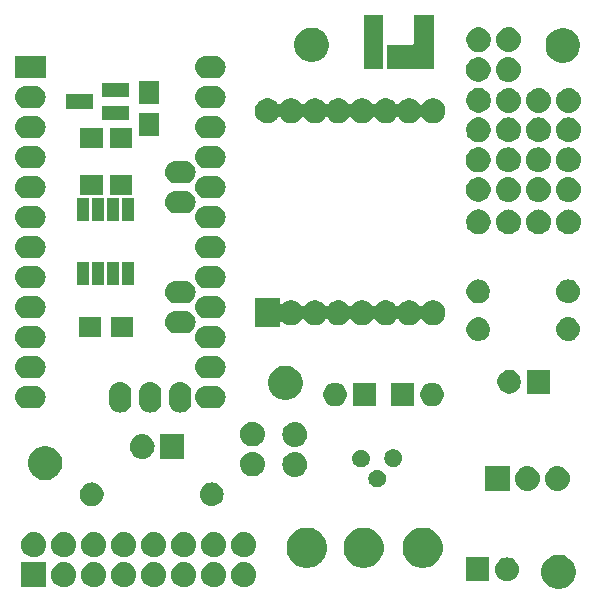
<source format=gbr>
G04 #@! TF.GenerationSoftware,KiCad,Pcbnew,5.0.2-bee76a0~70~ubuntu18.04.1*
G04 #@! TF.CreationDate,2019-05-01T22:15:32+02:00*
G04 #@! TF.ProjectId,EasyPCB_10_RFM69hw,45617379-5043-4425-9f31-305f52464d36,rev?*
G04 #@! TF.SameCoordinates,Original*
G04 #@! TF.FileFunction,Soldermask,Bot*
G04 #@! TF.FilePolarity,Negative*
%FSLAX46Y46*%
G04 Gerber Fmt 4.6, Leading zero omitted, Abs format (unit mm)*
G04 Created by KiCad (PCBNEW 5.0.2-bee76a0~70~ubuntu18.04.1) date Wed 01 May 2019 10:15:32 PM CEST*
%MOMM*%
%LPD*%
G01*
G04 APERTURE LIST*
%ADD10C,0.100000*%
G04 APERTURE END LIST*
D10*
G36*
X172109167Y-107282162D02*
X172373053Y-107391467D01*
X172610544Y-107550153D01*
X172812507Y-107752116D01*
X172971193Y-107989607D01*
X173080498Y-108253493D01*
X173136220Y-108533626D01*
X173136220Y-108819254D01*
X173080498Y-109099387D01*
X172971193Y-109363273D01*
X172812507Y-109600764D01*
X172610544Y-109802727D01*
X172373053Y-109961413D01*
X172109167Y-110070718D01*
X171829034Y-110126440D01*
X171543406Y-110126440D01*
X171263273Y-110070718D01*
X170999387Y-109961413D01*
X170761896Y-109802727D01*
X170559933Y-109600764D01*
X170401247Y-109363273D01*
X170291942Y-109099387D01*
X170236220Y-108819254D01*
X170236220Y-108533626D01*
X170291942Y-108253493D01*
X170401247Y-107989607D01*
X170559933Y-107752116D01*
X170761896Y-107550153D01*
X170999387Y-107391467D01*
X171263273Y-107282162D01*
X171543406Y-107226440D01*
X171829034Y-107226440D01*
X172109167Y-107282162D01*
X172109167Y-107282162D01*
G37*
G36*
X145242503Y-107866989D02*
X145442991Y-107927807D01*
X145627764Y-108026569D01*
X145789718Y-108159482D01*
X145922631Y-108321436D01*
X146021393Y-108506209D01*
X146082211Y-108706697D01*
X146102746Y-108915200D01*
X146082211Y-109123703D01*
X146021393Y-109324191D01*
X145922631Y-109508964D01*
X145789718Y-109670918D01*
X145627764Y-109803831D01*
X145442991Y-109902593D01*
X145242503Y-109963411D01*
X145086251Y-109978800D01*
X144981749Y-109978800D01*
X144825497Y-109963411D01*
X144625009Y-109902593D01*
X144440236Y-109803831D01*
X144278282Y-109670918D01*
X144145369Y-109508964D01*
X144046607Y-109324191D01*
X143985789Y-109123703D01*
X143965254Y-108915200D01*
X143985789Y-108706697D01*
X144046607Y-108506209D01*
X144145369Y-108321436D01*
X144278282Y-108159482D01*
X144440236Y-108026569D01*
X144625009Y-107927807D01*
X144825497Y-107866989D01*
X144981749Y-107851600D01*
X145086251Y-107851600D01*
X145242503Y-107866989D01*
X145242503Y-107866989D01*
G37*
G36*
X142702503Y-107866989D02*
X142902991Y-107927807D01*
X143087764Y-108026569D01*
X143249718Y-108159482D01*
X143382631Y-108321436D01*
X143481393Y-108506209D01*
X143542211Y-108706697D01*
X143562746Y-108915200D01*
X143542211Y-109123703D01*
X143481393Y-109324191D01*
X143382631Y-109508964D01*
X143249718Y-109670918D01*
X143087764Y-109803831D01*
X142902991Y-109902593D01*
X142702503Y-109963411D01*
X142546251Y-109978800D01*
X142441749Y-109978800D01*
X142285497Y-109963411D01*
X142085009Y-109902593D01*
X141900236Y-109803831D01*
X141738282Y-109670918D01*
X141605369Y-109508964D01*
X141506607Y-109324191D01*
X141445789Y-109123703D01*
X141425254Y-108915200D01*
X141445789Y-108706697D01*
X141506607Y-108506209D01*
X141605369Y-108321436D01*
X141738282Y-108159482D01*
X141900236Y-108026569D01*
X142085009Y-107927807D01*
X142285497Y-107866989D01*
X142441749Y-107851600D01*
X142546251Y-107851600D01*
X142702503Y-107866989D01*
X142702503Y-107866989D01*
G37*
G36*
X140162503Y-107866989D02*
X140362991Y-107927807D01*
X140547764Y-108026569D01*
X140709718Y-108159482D01*
X140842631Y-108321436D01*
X140941393Y-108506209D01*
X141002211Y-108706697D01*
X141022746Y-108915200D01*
X141002211Y-109123703D01*
X140941393Y-109324191D01*
X140842631Y-109508964D01*
X140709718Y-109670918D01*
X140547764Y-109803831D01*
X140362991Y-109902593D01*
X140162503Y-109963411D01*
X140006251Y-109978800D01*
X139901749Y-109978800D01*
X139745497Y-109963411D01*
X139545009Y-109902593D01*
X139360236Y-109803831D01*
X139198282Y-109670918D01*
X139065369Y-109508964D01*
X138966607Y-109324191D01*
X138905789Y-109123703D01*
X138885254Y-108915200D01*
X138905789Y-108706697D01*
X138966607Y-108506209D01*
X139065369Y-108321436D01*
X139198282Y-108159482D01*
X139360236Y-108026569D01*
X139545009Y-107927807D01*
X139745497Y-107866989D01*
X139901749Y-107851600D01*
X140006251Y-107851600D01*
X140162503Y-107866989D01*
X140162503Y-107866989D01*
G37*
G36*
X137622503Y-107866989D02*
X137822991Y-107927807D01*
X138007764Y-108026569D01*
X138169718Y-108159482D01*
X138302631Y-108321436D01*
X138401393Y-108506209D01*
X138462211Y-108706697D01*
X138482746Y-108915200D01*
X138462211Y-109123703D01*
X138401393Y-109324191D01*
X138302631Y-109508964D01*
X138169718Y-109670918D01*
X138007764Y-109803831D01*
X137822991Y-109902593D01*
X137622503Y-109963411D01*
X137466251Y-109978800D01*
X137361749Y-109978800D01*
X137205497Y-109963411D01*
X137005009Y-109902593D01*
X136820236Y-109803831D01*
X136658282Y-109670918D01*
X136525369Y-109508964D01*
X136426607Y-109324191D01*
X136365789Y-109123703D01*
X136345254Y-108915200D01*
X136365789Y-108706697D01*
X136426607Y-108506209D01*
X136525369Y-108321436D01*
X136658282Y-108159482D01*
X136820236Y-108026569D01*
X137005009Y-107927807D01*
X137205497Y-107866989D01*
X137361749Y-107851600D01*
X137466251Y-107851600D01*
X137622503Y-107866989D01*
X137622503Y-107866989D01*
G37*
G36*
X130002503Y-107866989D02*
X130202991Y-107927807D01*
X130387764Y-108026569D01*
X130549718Y-108159482D01*
X130682631Y-108321436D01*
X130781393Y-108506209D01*
X130842211Y-108706697D01*
X130862746Y-108915200D01*
X130842211Y-109123703D01*
X130781393Y-109324191D01*
X130682631Y-109508964D01*
X130549718Y-109670918D01*
X130387764Y-109803831D01*
X130202991Y-109902593D01*
X130002503Y-109963411D01*
X129846251Y-109978800D01*
X129741749Y-109978800D01*
X129585497Y-109963411D01*
X129385009Y-109902593D01*
X129200236Y-109803831D01*
X129038282Y-109670918D01*
X128905369Y-109508964D01*
X128806607Y-109324191D01*
X128745789Y-109123703D01*
X128725254Y-108915200D01*
X128745789Y-108706697D01*
X128806607Y-108506209D01*
X128905369Y-108321436D01*
X129038282Y-108159482D01*
X129200236Y-108026569D01*
X129385009Y-107927807D01*
X129585497Y-107866989D01*
X129741749Y-107851600D01*
X129846251Y-107851600D01*
X130002503Y-107866989D01*
X130002503Y-107866989D01*
G37*
G36*
X132542503Y-107866989D02*
X132742991Y-107927807D01*
X132927764Y-108026569D01*
X133089718Y-108159482D01*
X133222631Y-108321436D01*
X133321393Y-108506209D01*
X133382211Y-108706697D01*
X133402746Y-108915200D01*
X133382211Y-109123703D01*
X133321393Y-109324191D01*
X133222631Y-109508964D01*
X133089718Y-109670918D01*
X132927764Y-109803831D01*
X132742991Y-109902593D01*
X132542503Y-109963411D01*
X132386251Y-109978800D01*
X132281749Y-109978800D01*
X132125497Y-109963411D01*
X131925009Y-109902593D01*
X131740236Y-109803831D01*
X131578282Y-109670918D01*
X131445369Y-109508964D01*
X131346607Y-109324191D01*
X131285789Y-109123703D01*
X131265254Y-108915200D01*
X131285789Y-108706697D01*
X131346607Y-108506209D01*
X131445369Y-108321436D01*
X131578282Y-108159482D01*
X131740236Y-108026569D01*
X131925009Y-107927807D01*
X132125497Y-107866989D01*
X132281749Y-107851600D01*
X132386251Y-107851600D01*
X132542503Y-107866989D01*
X132542503Y-107866989D01*
G37*
G36*
X135082503Y-107866989D02*
X135282991Y-107927807D01*
X135467764Y-108026569D01*
X135629718Y-108159482D01*
X135762631Y-108321436D01*
X135861393Y-108506209D01*
X135922211Y-108706697D01*
X135942746Y-108915200D01*
X135922211Y-109123703D01*
X135861393Y-109324191D01*
X135762631Y-109508964D01*
X135629718Y-109670918D01*
X135467764Y-109803831D01*
X135282991Y-109902593D01*
X135082503Y-109963411D01*
X134926251Y-109978800D01*
X134821749Y-109978800D01*
X134665497Y-109963411D01*
X134465009Y-109902593D01*
X134280236Y-109803831D01*
X134118282Y-109670918D01*
X133985369Y-109508964D01*
X133886607Y-109324191D01*
X133825789Y-109123703D01*
X133805254Y-108915200D01*
X133825789Y-108706697D01*
X133886607Y-108506209D01*
X133985369Y-108321436D01*
X134118282Y-108159482D01*
X134280236Y-108026569D01*
X134465009Y-107927807D01*
X134665497Y-107866989D01*
X134821749Y-107851600D01*
X134926251Y-107851600D01*
X135082503Y-107866989D01*
X135082503Y-107866989D01*
G37*
G36*
X128317600Y-109978800D02*
X126190400Y-109978800D01*
X126190400Y-107851600D01*
X128317600Y-107851600D01*
X128317600Y-109978800D01*
X128317600Y-109978800D01*
G37*
G36*
X167516030Y-107464469D02*
X167516033Y-107464470D01*
X167516034Y-107464470D01*
X167704535Y-107521651D01*
X167704537Y-107521652D01*
X167878260Y-107614509D01*
X168030528Y-107739472D01*
X168155491Y-107891740D01*
X168155492Y-107891742D01*
X168248349Y-108065465D01*
X168305530Y-108253966D01*
X168305531Y-108253970D01*
X168324838Y-108450000D01*
X168305531Y-108646030D01*
X168305530Y-108646033D01*
X168305530Y-108646034D01*
X168252985Y-108819253D01*
X168248348Y-108834537D01*
X168155491Y-109008260D01*
X168030528Y-109160528D01*
X167878260Y-109285491D01*
X167878258Y-109285492D01*
X167704535Y-109378349D01*
X167516034Y-109435530D01*
X167516033Y-109435530D01*
X167516030Y-109435531D01*
X167369124Y-109450000D01*
X167270876Y-109450000D01*
X167123970Y-109435531D01*
X167123967Y-109435530D01*
X167123966Y-109435530D01*
X166935465Y-109378349D01*
X166761742Y-109285492D01*
X166761740Y-109285491D01*
X166609472Y-109160528D01*
X166484509Y-109008260D01*
X166391652Y-108834537D01*
X166387016Y-108819253D01*
X166334470Y-108646034D01*
X166334470Y-108646033D01*
X166334469Y-108646030D01*
X166315162Y-108450000D01*
X166334469Y-108253970D01*
X166334470Y-108253966D01*
X166391651Y-108065465D01*
X166484508Y-107891742D01*
X166484509Y-107891740D01*
X166609472Y-107739472D01*
X166761740Y-107614509D01*
X166935463Y-107521652D01*
X166935465Y-107521651D01*
X167123966Y-107464470D01*
X167123967Y-107464470D01*
X167123970Y-107464469D01*
X167270876Y-107450000D01*
X167369124Y-107450000D01*
X167516030Y-107464469D01*
X167516030Y-107464469D01*
G37*
G36*
X165820000Y-109450000D02*
X163820000Y-109450000D01*
X163820000Y-107450000D01*
X165820000Y-107450000D01*
X165820000Y-109450000D01*
X165820000Y-109450000D01*
G37*
G36*
X155564393Y-104972753D02*
X155673872Y-104994530D01*
X155983252Y-105122679D01*
X156261687Y-105308723D01*
X156498477Y-105545513D01*
X156684521Y-105823948D01*
X156812670Y-106133328D01*
X156878000Y-106461765D01*
X156878000Y-106796635D01*
X156812670Y-107125072D01*
X156684521Y-107434452D01*
X156498477Y-107712887D01*
X156261687Y-107949677D01*
X155983252Y-108135721D01*
X155673872Y-108263870D01*
X155564393Y-108285647D01*
X155345437Y-108329200D01*
X155010563Y-108329200D01*
X154791607Y-108285647D01*
X154682128Y-108263870D01*
X154372748Y-108135721D01*
X154094313Y-107949677D01*
X153857523Y-107712887D01*
X153671479Y-107434452D01*
X153543330Y-107125072D01*
X153478000Y-106796635D01*
X153478000Y-106461765D01*
X153543330Y-106133328D01*
X153671479Y-105823948D01*
X153857523Y-105545513D01*
X154094313Y-105308723D01*
X154372748Y-105122679D01*
X154682128Y-104994530D01*
X154791607Y-104972753D01*
X155010563Y-104929200D01*
X155345437Y-104929200D01*
X155564393Y-104972753D01*
X155564393Y-104972753D01*
G37*
G36*
X160564393Y-104972753D02*
X160673872Y-104994530D01*
X160983252Y-105122679D01*
X161261687Y-105308723D01*
X161498477Y-105545513D01*
X161684521Y-105823948D01*
X161812670Y-106133328D01*
X161878000Y-106461765D01*
X161878000Y-106796635D01*
X161812670Y-107125072D01*
X161684521Y-107434452D01*
X161498477Y-107712887D01*
X161261687Y-107949677D01*
X160983252Y-108135721D01*
X160673872Y-108263870D01*
X160564393Y-108285647D01*
X160345437Y-108329200D01*
X160010563Y-108329200D01*
X159791607Y-108285647D01*
X159682128Y-108263870D01*
X159372748Y-108135721D01*
X159094313Y-107949677D01*
X158857523Y-107712887D01*
X158671479Y-107434452D01*
X158543330Y-107125072D01*
X158478000Y-106796635D01*
X158478000Y-106461765D01*
X158543330Y-106133328D01*
X158671479Y-105823948D01*
X158857523Y-105545513D01*
X159094313Y-105308723D01*
X159372748Y-105122679D01*
X159682128Y-104994530D01*
X159791607Y-104972753D01*
X160010563Y-104929200D01*
X160345437Y-104929200D01*
X160564393Y-104972753D01*
X160564393Y-104972753D01*
G37*
G36*
X150754393Y-104972753D02*
X150863872Y-104994530D01*
X151173252Y-105122679D01*
X151451687Y-105308723D01*
X151688477Y-105545513D01*
X151874521Y-105823948D01*
X152002670Y-106133328D01*
X152068000Y-106461765D01*
X152068000Y-106796635D01*
X152002670Y-107125072D01*
X151874521Y-107434452D01*
X151688477Y-107712887D01*
X151451687Y-107949677D01*
X151173252Y-108135721D01*
X150863872Y-108263870D01*
X150754393Y-108285647D01*
X150535437Y-108329200D01*
X150200563Y-108329200D01*
X149981607Y-108285647D01*
X149872128Y-108263870D01*
X149562748Y-108135721D01*
X149284313Y-107949677D01*
X149047523Y-107712887D01*
X148861479Y-107434452D01*
X148733330Y-107125072D01*
X148668000Y-106796635D01*
X148668000Y-106461765D01*
X148733330Y-106133328D01*
X148861479Y-105823948D01*
X149047523Y-105545513D01*
X149284313Y-105308723D01*
X149562748Y-105122679D01*
X149872128Y-104994530D01*
X149981607Y-104972753D01*
X150200563Y-104929200D01*
X150535437Y-104929200D01*
X150754393Y-104972753D01*
X150754393Y-104972753D01*
G37*
G36*
X127462503Y-105326989D02*
X127662991Y-105387807D01*
X127847764Y-105486569D01*
X128009718Y-105619482D01*
X128142631Y-105781436D01*
X128241393Y-105966209D01*
X128302211Y-106166697D01*
X128322746Y-106375200D01*
X128302211Y-106583703D01*
X128241393Y-106784191D01*
X128142631Y-106968964D01*
X128009718Y-107130918D01*
X127847764Y-107263831D01*
X127662991Y-107362593D01*
X127462503Y-107423411D01*
X127306251Y-107438800D01*
X127201749Y-107438800D01*
X127045497Y-107423411D01*
X126845009Y-107362593D01*
X126660236Y-107263831D01*
X126498282Y-107130918D01*
X126365369Y-106968964D01*
X126266607Y-106784191D01*
X126205789Y-106583703D01*
X126185254Y-106375200D01*
X126205789Y-106166697D01*
X126266607Y-105966209D01*
X126365369Y-105781436D01*
X126498282Y-105619482D01*
X126660236Y-105486569D01*
X126845009Y-105387807D01*
X127045497Y-105326989D01*
X127201749Y-105311600D01*
X127306251Y-105311600D01*
X127462503Y-105326989D01*
X127462503Y-105326989D01*
G37*
G36*
X135082503Y-105326989D02*
X135282991Y-105387807D01*
X135467764Y-105486569D01*
X135629718Y-105619482D01*
X135762631Y-105781436D01*
X135861393Y-105966209D01*
X135922211Y-106166697D01*
X135942746Y-106375200D01*
X135922211Y-106583703D01*
X135861393Y-106784191D01*
X135762631Y-106968964D01*
X135629718Y-107130918D01*
X135467764Y-107263831D01*
X135282991Y-107362593D01*
X135082503Y-107423411D01*
X134926251Y-107438800D01*
X134821749Y-107438800D01*
X134665497Y-107423411D01*
X134465009Y-107362593D01*
X134280236Y-107263831D01*
X134118282Y-107130918D01*
X133985369Y-106968964D01*
X133886607Y-106784191D01*
X133825789Y-106583703D01*
X133805254Y-106375200D01*
X133825789Y-106166697D01*
X133886607Y-105966209D01*
X133985369Y-105781436D01*
X134118282Y-105619482D01*
X134280236Y-105486569D01*
X134465009Y-105387807D01*
X134665497Y-105326989D01*
X134821749Y-105311600D01*
X134926251Y-105311600D01*
X135082503Y-105326989D01*
X135082503Y-105326989D01*
G37*
G36*
X142702503Y-105326989D02*
X142902991Y-105387807D01*
X143087764Y-105486569D01*
X143249718Y-105619482D01*
X143382631Y-105781436D01*
X143481393Y-105966209D01*
X143542211Y-106166697D01*
X143562746Y-106375200D01*
X143542211Y-106583703D01*
X143481393Y-106784191D01*
X143382631Y-106968964D01*
X143249718Y-107130918D01*
X143087764Y-107263831D01*
X142902991Y-107362593D01*
X142702503Y-107423411D01*
X142546251Y-107438800D01*
X142441749Y-107438800D01*
X142285497Y-107423411D01*
X142085009Y-107362593D01*
X141900236Y-107263831D01*
X141738282Y-107130918D01*
X141605369Y-106968964D01*
X141506607Y-106784191D01*
X141445789Y-106583703D01*
X141425254Y-106375200D01*
X141445789Y-106166697D01*
X141506607Y-105966209D01*
X141605369Y-105781436D01*
X141738282Y-105619482D01*
X141900236Y-105486569D01*
X142085009Y-105387807D01*
X142285497Y-105326989D01*
X142441749Y-105311600D01*
X142546251Y-105311600D01*
X142702503Y-105326989D01*
X142702503Y-105326989D01*
G37*
G36*
X140162503Y-105326989D02*
X140362991Y-105387807D01*
X140547764Y-105486569D01*
X140709718Y-105619482D01*
X140842631Y-105781436D01*
X140941393Y-105966209D01*
X141002211Y-106166697D01*
X141022746Y-106375200D01*
X141002211Y-106583703D01*
X140941393Y-106784191D01*
X140842631Y-106968964D01*
X140709718Y-107130918D01*
X140547764Y-107263831D01*
X140362991Y-107362593D01*
X140162503Y-107423411D01*
X140006251Y-107438800D01*
X139901749Y-107438800D01*
X139745497Y-107423411D01*
X139545009Y-107362593D01*
X139360236Y-107263831D01*
X139198282Y-107130918D01*
X139065369Y-106968964D01*
X138966607Y-106784191D01*
X138905789Y-106583703D01*
X138885254Y-106375200D01*
X138905789Y-106166697D01*
X138966607Y-105966209D01*
X139065369Y-105781436D01*
X139198282Y-105619482D01*
X139360236Y-105486569D01*
X139545009Y-105387807D01*
X139745497Y-105326989D01*
X139901749Y-105311600D01*
X140006251Y-105311600D01*
X140162503Y-105326989D01*
X140162503Y-105326989D01*
G37*
G36*
X132542503Y-105326989D02*
X132742991Y-105387807D01*
X132927764Y-105486569D01*
X133089718Y-105619482D01*
X133222631Y-105781436D01*
X133321393Y-105966209D01*
X133382211Y-106166697D01*
X133402746Y-106375200D01*
X133382211Y-106583703D01*
X133321393Y-106784191D01*
X133222631Y-106968964D01*
X133089718Y-107130918D01*
X132927764Y-107263831D01*
X132742991Y-107362593D01*
X132542503Y-107423411D01*
X132386251Y-107438800D01*
X132281749Y-107438800D01*
X132125497Y-107423411D01*
X131925009Y-107362593D01*
X131740236Y-107263831D01*
X131578282Y-107130918D01*
X131445369Y-106968964D01*
X131346607Y-106784191D01*
X131285789Y-106583703D01*
X131265254Y-106375200D01*
X131285789Y-106166697D01*
X131346607Y-105966209D01*
X131445369Y-105781436D01*
X131578282Y-105619482D01*
X131740236Y-105486569D01*
X131925009Y-105387807D01*
X132125497Y-105326989D01*
X132281749Y-105311600D01*
X132386251Y-105311600D01*
X132542503Y-105326989D01*
X132542503Y-105326989D01*
G37*
G36*
X137622503Y-105326989D02*
X137822991Y-105387807D01*
X138007764Y-105486569D01*
X138169718Y-105619482D01*
X138302631Y-105781436D01*
X138401393Y-105966209D01*
X138462211Y-106166697D01*
X138482746Y-106375200D01*
X138462211Y-106583703D01*
X138401393Y-106784191D01*
X138302631Y-106968964D01*
X138169718Y-107130918D01*
X138007764Y-107263831D01*
X137822991Y-107362593D01*
X137622503Y-107423411D01*
X137466251Y-107438800D01*
X137361749Y-107438800D01*
X137205497Y-107423411D01*
X137005009Y-107362593D01*
X136820236Y-107263831D01*
X136658282Y-107130918D01*
X136525369Y-106968964D01*
X136426607Y-106784191D01*
X136365789Y-106583703D01*
X136345254Y-106375200D01*
X136365789Y-106166697D01*
X136426607Y-105966209D01*
X136525369Y-105781436D01*
X136658282Y-105619482D01*
X136820236Y-105486569D01*
X137005009Y-105387807D01*
X137205497Y-105326989D01*
X137361749Y-105311600D01*
X137466251Y-105311600D01*
X137622503Y-105326989D01*
X137622503Y-105326989D01*
G37*
G36*
X130002503Y-105326989D02*
X130202991Y-105387807D01*
X130387764Y-105486569D01*
X130549718Y-105619482D01*
X130682631Y-105781436D01*
X130781393Y-105966209D01*
X130842211Y-106166697D01*
X130862746Y-106375200D01*
X130842211Y-106583703D01*
X130781393Y-106784191D01*
X130682631Y-106968964D01*
X130549718Y-107130918D01*
X130387764Y-107263831D01*
X130202991Y-107362593D01*
X130002503Y-107423411D01*
X129846251Y-107438800D01*
X129741749Y-107438800D01*
X129585497Y-107423411D01*
X129385009Y-107362593D01*
X129200236Y-107263831D01*
X129038282Y-107130918D01*
X128905369Y-106968964D01*
X128806607Y-106784191D01*
X128745789Y-106583703D01*
X128725254Y-106375200D01*
X128745789Y-106166697D01*
X128806607Y-105966209D01*
X128905369Y-105781436D01*
X129038282Y-105619482D01*
X129200236Y-105486569D01*
X129385009Y-105387807D01*
X129585497Y-105326989D01*
X129741749Y-105311600D01*
X129846251Y-105311600D01*
X130002503Y-105326989D01*
X130002503Y-105326989D01*
G37*
G36*
X145242503Y-105326989D02*
X145442991Y-105387807D01*
X145627764Y-105486569D01*
X145789718Y-105619482D01*
X145922631Y-105781436D01*
X146021393Y-105966209D01*
X146082211Y-106166697D01*
X146102746Y-106375200D01*
X146082211Y-106583703D01*
X146021393Y-106784191D01*
X145922631Y-106968964D01*
X145789718Y-107130918D01*
X145627764Y-107263831D01*
X145442991Y-107362593D01*
X145242503Y-107423411D01*
X145086251Y-107438800D01*
X144981749Y-107438800D01*
X144825497Y-107423411D01*
X144625009Y-107362593D01*
X144440236Y-107263831D01*
X144278282Y-107130918D01*
X144145369Y-106968964D01*
X144046607Y-106784191D01*
X143985789Y-106583703D01*
X143965254Y-106375200D01*
X143985789Y-106166697D01*
X144046607Y-105966209D01*
X144145369Y-105781436D01*
X144278282Y-105619482D01*
X144440236Y-105486569D01*
X144625009Y-105387807D01*
X144825497Y-105326989D01*
X144981749Y-105311600D01*
X145086251Y-105311600D01*
X145242503Y-105326989D01*
X145242503Y-105326989D01*
G37*
G36*
X132344670Y-101110672D02*
X132460589Y-101133729D01*
X132642578Y-101209111D01*
X132806363Y-101318549D01*
X132945651Y-101457837D01*
X133055089Y-101621622D01*
X133130471Y-101803611D01*
X133168900Y-101996809D01*
X133168900Y-102193791D01*
X133130471Y-102386989D01*
X133055089Y-102568978D01*
X132945651Y-102732763D01*
X132806363Y-102872051D01*
X132642578Y-102981489D01*
X132460589Y-103056871D01*
X132344670Y-103079928D01*
X132267393Y-103095300D01*
X132070407Y-103095300D01*
X131993130Y-103079928D01*
X131877211Y-103056871D01*
X131695222Y-102981489D01*
X131531437Y-102872051D01*
X131392149Y-102732763D01*
X131282711Y-102568978D01*
X131207329Y-102386989D01*
X131168900Y-102193791D01*
X131168900Y-101996809D01*
X131207329Y-101803611D01*
X131282711Y-101621622D01*
X131392149Y-101457837D01*
X131531437Y-101318549D01*
X131695222Y-101209111D01*
X131877211Y-101133729D01*
X131993130Y-101110672D01*
X132070407Y-101095300D01*
X132267393Y-101095300D01*
X132344670Y-101110672D01*
X132344670Y-101110672D01*
G37*
G36*
X142524930Y-101109769D02*
X142524933Y-101109770D01*
X142524934Y-101109770D01*
X142713435Y-101166951D01*
X142713437Y-101166952D01*
X142887160Y-101259809D01*
X143039428Y-101384772D01*
X143164391Y-101537040D01*
X143164392Y-101537042D01*
X143257249Y-101710765D01*
X143293418Y-101830000D01*
X143314431Y-101899270D01*
X143333738Y-102095300D01*
X143314431Y-102291330D01*
X143257248Y-102479837D01*
X143164391Y-102653560D01*
X143039428Y-102805828D01*
X142887160Y-102930791D01*
X142887158Y-102930792D01*
X142713435Y-103023649D01*
X142524934Y-103080830D01*
X142524933Y-103080830D01*
X142524930Y-103080831D01*
X142378024Y-103095300D01*
X142279776Y-103095300D01*
X142132870Y-103080831D01*
X142132867Y-103080830D01*
X142132866Y-103080830D01*
X141944365Y-103023649D01*
X141770642Y-102930792D01*
X141770640Y-102930791D01*
X141618372Y-102805828D01*
X141493409Y-102653560D01*
X141400552Y-102479837D01*
X141343369Y-102291330D01*
X141324062Y-102095300D01*
X141343369Y-101899270D01*
X141364382Y-101830000D01*
X141400551Y-101710765D01*
X141493408Y-101537042D01*
X141493409Y-101537040D01*
X141618372Y-101384772D01*
X141770640Y-101259809D01*
X141944363Y-101166952D01*
X141944365Y-101166951D01*
X142132866Y-101109770D01*
X142132867Y-101109770D01*
X142132870Y-101109769D01*
X142279776Y-101095300D01*
X142378024Y-101095300D01*
X142524930Y-101109769D01*
X142524930Y-101109769D01*
G37*
G36*
X167550000Y-101830000D02*
X165450000Y-101830000D01*
X165450000Y-99730000D01*
X167550000Y-99730000D01*
X167550000Y-101830000D01*
X167550000Y-101830000D01*
G37*
G36*
X171708707Y-99737596D02*
X171785836Y-99745193D01*
X171917787Y-99785220D01*
X171983763Y-99805233D01*
X172166172Y-99902733D01*
X172326054Y-100033946D01*
X172457267Y-100193828D01*
X172554767Y-100376237D01*
X172565598Y-100411942D01*
X172614807Y-100574164D01*
X172635080Y-100780000D01*
X172614807Y-100985836D01*
X172577212Y-101109769D01*
X172554767Y-101183763D01*
X172457267Y-101366172D01*
X172326054Y-101526054D01*
X172166172Y-101657267D01*
X171983763Y-101754767D01*
X171917787Y-101774780D01*
X171785836Y-101814807D01*
X171708707Y-101822403D01*
X171631580Y-101830000D01*
X171528420Y-101830000D01*
X171451293Y-101822403D01*
X171374164Y-101814807D01*
X171242213Y-101774780D01*
X171176237Y-101754767D01*
X170993828Y-101657267D01*
X170833946Y-101526054D01*
X170702733Y-101366172D01*
X170605233Y-101183763D01*
X170582788Y-101109769D01*
X170545193Y-100985836D01*
X170524920Y-100780000D01*
X170545193Y-100574164D01*
X170594402Y-100411942D01*
X170605233Y-100376237D01*
X170702733Y-100193828D01*
X170833946Y-100033946D01*
X170993828Y-99902733D01*
X171176237Y-99805233D01*
X171242213Y-99785220D01*
X171374164Y-99745193D01*
X171451293Y-99737596D01*
X171528420Y-99730000D01*
X171631580Y-99730000D01*
X171708707Y-99737596D01*
X171708707Y-99737596D01*
G37*
G36*
X169168707Y-99737596D02*
X169245836Y-99745193D01*
X169377787Y-99785220D01*
X169443763Y-99805233D01*
X169626172Y-99902733D01*
X169786054Y-100033946D01*
X169917267Y-100193828D01*
X170014767Y-100376237D01*
X170025598Y-100411942D01*
X170074807Y-100574164D01*
X170095080Y-100780000D01*
X170074807Y-100985836D01*
X170037212Y-101109769D01*
X170014767Y-101183763D01*
X169917267Y-101366172D01*
X169786054Y-101526054D01*
X169626172Y-101657267D01*
X169443763Y-101754767D01*
X169377787Y-101774780D01*
X169245836Y-101814807D01*
X169168707Y-101822403D01*
X169091580Y-101830000D01*
X168988420Y-101830000D01*
X168911293Y-101822403D01*
X168834164Y-101814807D01*
X168702213Y-101774780D01*
X168636237Y-101754767D01*
X168453828Y-101657267D01*
X168293946Y-101526054D01*
X168162733Y-101366172D01*
X168065233Y-101183763D01*
X168042788Y-101109769D01*
X168005193Y-100985836D01*
X167984920Y-100780000D01*
X168005193Y-100574164D01*
X168054402Y-100411942D01*
X168065233Y-100376237D01*
X168162733Y-100193828D01*
X168293946Y-100033946D01*
X168453828Y-99902733D01*
X168636237Y-99805233D01*
X168702213Y-99785220D01*
X168834164Y-99745193D01*
X168911293Y-99737596D01*
X168988420Y-99730000D01*
X169091580Y-99730000D01*
X169168707Y-99737596D01*
X169168707Y-99737596D01*
G37*
G36*
X156477918Y-100031611D02*
X156550367Y-100046022D01*
X156606903Y-100069440D01*
X156686857Y-100102558D01*
X156809700Y-100184639D01*
X156914161Y-100289100D01*
X156996242Y-100411943D01*
X156999524Y-100419867D01*
X157052778Y-100548433D01*
X157058541Y-100577407D01*
X157081600Y-100693330D01*
X157081600Y-100841070D01*
X157052778Y-100985966D01*
X156996242Y-101122457D01*
X156914161Y-101245300D01*
X156809700Y-101349761D01*
X156686857Y-101431842D01*
X156624106Y-101457834D01*
X156550367Y-101488378D01*
X156477918Y-101502789D01*
X156405470Y-101517200D01*
X156257730Y-101517200D01*
X156185282Y-101502789D01*
X156112833Y-101488378D01*
X156039094Y-101457834D01*
X155976343Y-101431842D01*
X155853500Y-101349761D01*
X155749039Y-101245300D01*
X155666958Y-101122457D01*
X155610422Y-100985966D01*
X155581600Y-100841070D01*
X155581600Y-100693330D01*
X155604659Y-100577407D01*
X155610422Y-100548433D01*
X155663676Y-100419867D01*
X155666958Y-100411943D01*
X155749039Y-100289100D01*
X155853500Y-100184639D01*
X155976343Y-100102558D01*
X156056297Y-100069440D01*
X156112833Y-100046022D01*
X156185282Y-100031611D01*
X156257730Y-100017200D01*
X156405470Y-100017200D01*
X156477918Y-100031611D01*
X156477918Y-100031611D01*
G37*
G36*
X128642147Y-98072122D02*
X128906033Y-98181427D01*
X129143524Y-98340113D01*
X129345487Y-98542076D01*
X129504173Y-98779567D01*
X129613478Y-99043453D01*
X129669200Y-99323586D01*
X129669200Y-99609214D01*
X129613478Y-99889347D01*
X129504173Y-100153233D01*
X129345487Y-100390724D01*
X129143524Y-100592687D01*
X128906033Y-100751373D01*
X128642147Y-100860678D01*
X128362014Y-100916400D01*
X128076386Y-100916400D01*
X127796253Y-100860678D01*
X127532367Y-100751373D01*
X127294876Y-100592687D01*
X127092913Y-100390724D01*
X126934227Y-100153233D01*
X126824922Y-99889347D01*
X126769200Y-99609214D01*
X126769200Y-99323586D01*
X126824922Y-99043453D01*
X126934227Y-98779567D01*
X127092913Y-98542076D01*
X127294876Y-98340113D01*
X127532367Y-98181427D01*
X127796253Y-98072122D01*
X128076386Y-98016400D01*
X128362014Y-98016400D01*
X128642147Y-98072122D01*
X128642147Y-98072122D01*
G37*
G36*
X149480707Y-98525596D02*
X149557836Y-98533193D01*
X149672029Y-98567833D01*
X149755763Y-98593233D01*
X149938172Y-98690733D01*
X150098054Y-98821946D01*
X150229267Y-98981828D01*
X150326767Y-99164237D01*
X150326767Y-99164238D01*
X150386807Y-99362164D01*
X150407080Y-99568000D01*
X150386807Y-99773836D01*
X150351767Y-99889347D01*
X150326767Y-99971763D01*
X150229267Y-100154172D01*
X150098054Y-100314054D01*
X149938172Y-100445267D01*
X149755763Y-100542767D01*
X149689787Y-100562780D01*
X149557836Y-100602807D01*
X149480707Y-100610403D01*
X149403580Y-100618000D01*
X149300420Y-100618000D01*
X149223293Y-100610403D01*
X149146164Y-100602807D01*
X149014213Y-100562780D01*
X148948237Y-100542767D01*
X148765828Y-100445267D01*
X148605946Y-100314054D01*
X148474733Y-100154172D01*
X148377233Y-99971763D01*
X148352233Y-99889347D01*
X148317193Y-99773836D01*
X148296920Y-99568000D01*
X148317193Y-99362164D01*
X148377233Y-99164238D01*
X148377233Y-99164237D01*
X148474733Y-98981828D01*
X148605946Y-98821946D01*
X148765828Y-98690733D01*
X148948237Y-98593233D01*
X149031971Y-98567833D01*
X149146164Y-98533193D01*
X149223293Y-98525596D01*
X149300420Y-98518000D01*
X149403580Y-98518000D01*
X149480707Y-98525596D01*
X149480707Y-98525596D01*
G37*
G36*
X145886607Y-98500196D02*
X145963736Y-98507793D01*
X146076752Y-98542076D01*
X146161663Y-98567833D01*
X146344072Y-98665333D01*
X146503954Y-98796546D01*
X146635167Y-98956428D01*
X146732667Y-99138837D01*
X146732667Y-99138838D01*
X146792707Y-99336764D01*
X146812980Y-99542600D01*
X146792707Y-99748436D01*
X146752680Y-99880387D01*
X146732667Y-99946363D01*
X146635167Y-100128772D01*
X146503954Y-100288654D01*
X146344072Y-100419867D01*
X146161663Y-100517367D01*
X146095687Y-100537380D01*
X145963736Y-100577407D01*
X145886607Y-100585004D01*
X145809480Y-100592600D01*
X145706320Y-100592600D01*
X145629193Y-100585003D01*
X145552064Y-100577407D01*
X145420113Y-100537380D01*
X145354137Y-100517367D01*
X145171728Y-100419867D01*
X145011846Y-100288654D01*
X144880633Y-100128772D01*
X144783133Y-99946363D01*
X144763120Y-99880387D01*
X144723093Y-99748436D01*
X144702820Y-99542600D01*
X144723093Y-99336764D01*
X144783133Y-99138838D01*
X144783133Y-99138837D01*
X144880633Y-98956428D01*
X145011846Y-98796546D01*
X145171728Y-98665333D01*
X145354137Y-98567833D01*
X145439048Y-98542076D01*
X145552064Y-98507793D01*
X145629193Y-98500196D01*
X145706320Y-98492600D01*
X145809480Y-98492600D01*
X145886607Y-98500196D01*
X145886607Y-98500196D01*
G37*
G36*
X155102918Y-98331611D02*
X155175367Y-98346022D01*
X155231903Y-98369440D01*
X155311857Y-98402558D01*
X155434700Y-98484639D01*
X155539161Y-98589100D01*
X155621242Y-98711943D01*
X155654360Y-98791897D01*
X155667423Y-98823433D01*
X155677778Y-98848434D01*
X155706600Y-98993330D01*
X155706600Y-99141070D01*
X155692189Y-99213518D01*
X155677778Y-99285967D01*
X155662195Y-99323587D01*
X155621242Y-99422457D01*
X155539161Y-99545300D01*
X155434700Y-99649761D01*
X155311857Y-99731842D01*
X155271795Y-99748436D01*
X155175367Y-99788378D01*
X155102918Y-99802789D01*
X155030470Y-99817200D01*
X154882730Y-99817200D01*
X154810282Y-99802789D01*
X154737833Y-99788378D01*
X154641405Y-99748436D01*
X154601343Y-99731842D01*
X154478500Y-99649761D01*
X154374039Y-99545300D01*
X154291958Y-99422457D01*
X154251005Y-99323587D01*
X154235422Y-99285967D01*
X154221011Y-99213518D01*
X154206600Y-99141070D01*
X154206600Y-98993330D01*
X154235422Y-98848434D01*
X154245778Y-98823433D01*
X154258840Y-98791897D01*
X154291958Y-98711943D01*
X154374039Y-98589100D01*
X154478500Y-98484639D01*
X154601343Y-98402558D01*
X154681297Y-98369440D01*
X154737833Y-98346022D01*
X154810282Y-98331611D01*
X154882730Y-98317200D01*
X155030470Y-98317200D01*
X155102918Y-98331611D01*
X155102918Y-98331611D01*
G37*
G36*
X157827918Y-98306611D02*
X157900367Y-98321022D01*
X157946451Y-98340111D01*
X158036857Y-98377558D01*
X158159700Y-98459639D01*
X158264161Y-98564100D01*
X158346242Y-98686943D01*
X158402778Y-98823434D01*
X158429233Y-98956428D01*
X158431600Y-98968331D01*
X158431600Y-99116069D01*
X158402778Y-99260967D01*
X158379360Y-99317503D01*
X158346242Y-99397457D01*
X158264161Y-99520300D01*
X158159700Y-99624761D01*
X158036857Y-99706842D01*
X157976501Y-99731842D01*
X157900367Y-99763378D01*
X157847801Y-99773834D01*
X157755470Y-99792200D01*
X157607730Y-99792200D01*
X157515399Y-99773834D01*
X157462833Y-99763378D01*
X157386699Y-99731842D01*
X157326343Y-99706842D01*
X157203500Y-99624761D01*
X157099039Y-99520300D01*
X157016958Y-99397457D01*
X156983840Y-99317503D01*
X156960422Y-99260967D01*
X156931600Y-99116069D01*
X156931600Y-98968331D01*
X156933968Y-98956428D01*
X156960422Y-98823434D01*
X157016958Y-98686943D01*
X157099039Y-98564100D01*
X157203500Y-98459639D01*
X157326343Y-98377558D01*
X157416749Y-98340111D01*
X157462833Y-98321022D01*
X157535282Y-98306611D01*
X157607730Y-98292200D01*
X157755470Y-98292200D01*
X157827918Y-98306611D01*
X157827918Y-98306611D01*
G37*
G36*
X140013400Y-99106700D02*
X137913400Y-99106700D01*
X137913400Y-97006700D01*
X140013400Y-97006700D01*
X140013400Y-99106700D01*
X140013400Y-99106700D01*
G37*
G36*
X136552107Y-97014297D02*
X136629236Y-97021893D01*
X136761187Y-97061920D01*
X136827163Y-97081933D01*
X137009572Y-97179433D01*
X137169454Y-97310646D01*
X137300667Y-97470528D01*
X137398167Y-97652937D01*
X137398167Y-97652938D01*
X137458207Y-97850864D01*
X137478480Y-98056700D01*
X137458207Y-98262536D01*
X137423315Y-98377559D01*
X137398167Y-98460463D01*
X137300667Y-98642872D01*
X137169454Y-98802754D01*
X137009572Y-98933967D01*
X136827163Y-99031467D01*
X136761187Y-99051480D01*
X136629236Y-99091507D01*
X136552107Y-99099104D01*
X136474980Y-99106700D01*
X136371820Y-99106700D01*
X136294693Y-99099104D01*
X136217564Y-99091507D01*
X136085613Y-99051480D01*
X136019637Y-99031467D01*
X135837228Y-98933967D01*
X135677346Y-98802754D01*
X135546133Y-98642872D01*
X135448633Y-98460463D01*
X135423485Y-98377559D01*
X135388593Y-98262536D01*
X135368320Y-98056700D01*
X135388593Y-97850864D01*
X135448633Y-97652938D01*
X135448633Y-97652937D01*
X135546133Y-97470528D01*
X135677346Y-97310646D01*
X135837228Y-97179433D01*
X136019637Y-97081933D01*
X136085613Y-97061920D01*
X136217564Y-97021893D01*
X136294693Y-97014297D01*
X136371820Y-97006700D01*
X136474980Y-97006700D01*
X136552107Y-97014297D01*
X136552107Y-97014297D01*
G37*
G36*
X149480707Y-95985596D02*
X149557836Y-95993193D01*
X149672029Y-96027833D01*
X149755763Y-96053233D01*
X149938172Y-96150733D01*
X150098054Y-96281946D01*
X150229267Y-96441828D01*
X150326767Y-96624237D01*
X150326767Y-96624238D01*
X150386807Y-96822164D01*
X150407080Y-97028000D01*
X150386807Y-97233836D01*
X150363507Y-97310646D01*
X150326767Y-97431763D01*
X150229267Y-97614172D01*
X150098054Y-97774054D01*
X149938172Y-97905267D01*
X149755763Y-98002767D01*
X149710820Y-98016400D01*
X149557836Y-98062807D01*
X149480707Y-98070403D01*
X149403580Y-98078000D01*
X149300420Y-98078000D01*
X149223293Y-98070403D01*
X149146164Y-98062807D01*
X148993180Y-98016400D01*
X148948237Y-98002767D01*
X148765828Y-97905267D01*
X148605946Y-97774054D01*
X148474733Y-97614172D01*
X148377233Y-97431763D01*
X148340493Y-97310646D01*
X148317193Y-97233836D01*
X148296920Y-97028000D01*
X148317193Y-96822164D01*
X148377233Y-96624238D01*
X148377233Y-96624237D01*
X148474733Y-96441828D01*
X148605946Y-96281946D01*
X148765828Y-96150733D01*
X148948237Y-96053233D01*
X149031971Y-96027833D01*
X149146164Y-95993193D01*
X149223293Y-95985596D01*
X149300420Y-95978000D01*
X149403580Y-95978000D01*
X149480707Y-95985596D01*
X149480707Y-95985596D01*
G37*
G36*
X145886607Y-95960196D02*
X145963736Y-95967793D01*
X146095687Y-96007820D01*
X146161663Y-96027833D01*
X146344072Y-96125333D01*
X146503954Y-96256546D01*
X146635167Y-96416428D01*
X146732667Y-96598837D01*
X146732667Y-96598838D01*
X146792707Y-96796764D01*
X146812980Y-97002600D01*
X146792707Y-97208436D01*
X146785002Y-97233836D01*
X146732667Y-97406363D01*
X146635167Y-97588772D01*
X146503954Y-97748654D01*
X146344072Y-97879867D01*
X146161663Y-97977367D01*
X146095687Y-97997380D01*
X145963736Y-98037407D01*
X145886607Y-98045003D01*
X145809480Y-98052600D01*
X145706320Y-98052600D01*
X145629193Y-98045003D01*
X145552064Y-98037407D01*
X145420113Y-97997380D01*
X145354137Y-97977367D01*
X145171728Y-97879867D01*
X145011846Y-97748654D01*
X144880633Y-97588772D01*
X144783133Y-97406363D01*
X144730798Y-97233836D01*
X144723093Y-97208436D01*
X144702820Y-97002600D01*
X144723093Y-96796764D01*
X144783133Y-96598838D01*
X144783133Y-96598837D01*
X144880633Y-96416428D01*
X145011846Y-96256546D01*
X145171728Y-96125333D01*
X145354137Y-96027833D01*
X145420113Y-96007820D01*
X145552064Y-95967793D01*
X145629193Y-95960196D01*
X145706320Y-95952600D01*
X145809480Y-95952600D01*
X145886607Y-95960196D01*
X145886607Y-95960196D01*
G37*
G36*
X134755544Y-92592334D02*
X134934727Y-92646689D01*
X134934729Y-92646690D01*
X134934732Y-92646691D01*
X135099864Y-92734955D01*
X135244607Y-92853743D01*
X135363395Y-92998486D01*
X135451660Y-93163619D01*
X135463604Y-93202993D01*
X135506016Y-93342806D01*
X135507084Y-93353653D01*
X135519770Y-93482454D01*
X135519770Y-94274347D01*
X135514268Y-94330205D01*
X135506016Y-94413994D01*
X135451661Y-94593176D01*
X135451659Y-94593182D01*
X135363395Y-94758314D01*
X135244607Y-94903057D01*
X135099864Y-95021845D01*
X134934731Y-95110109D01*
X134934728Y-95110110D01*
X134934726Y-95110111D01*
X134755543Y-95164466D01*
X134569200Y-95182819D01*
X134382856Y-95164466D01*
X134203673Y-95110111D01*
X134203671Y-95110110D01*
X134203668Y-95110109D01*
X134038536Y-95021845D01*
X133893793Y-94903057D01*
X133775005Y-94758314D01*
X133686741Y-94593181D01*
X133686739Y-94593176D01*
X133632384Y-94413993D01*
X133618630Y-94274344D01*
X133618630Y-93482455D01*
X133630876Y-93358114D01*
X133632384Y-93342804D01*
X133686739Y-93163623D01*
X133775006Y-92998486D01*
X133893794Y-92853743D01*
X134038537Y-92734955D01*
X134203669Y-92646691D01*
X134203672Y-92646690D01*
X134203674Y-92646689D01*
X134382857Y-92592334D01*
X134569200Y-92573981D01*
X134755544Y-92592334D01*
X134755544Y-92592334D01*
G37*
G36*
X137295544Y-92592334D02*
X137474727Y-92646689D01*
X137474729Y-92646690D01*
X137474732Y-92646691D01*
X137639864Y-92734955D01*
X137784607Y-92853743D01*
X137903395Y-92998486D01*
X137991660Y-93163619D01*
X138003604Y-93202993D01*
X138046016Y-93342806D01*
X138047084Y-93353653D01*
X138059770Y-93482454D01*
X138059770Y-94274347D01*
X138054268Y-94330205D01*
X138046016Y-94413994D01*
X137991661Y-94593176D01*
X137991659Y-94593182D01*
X137903395Y-94758314D01*
X137784607Y-94903057D01*
X137639864Y-95021845D01*
X137474731Y-95110109D01*
X137474728Y-95110110D01*
X137474726Y-95110111D01*
X137295543Y-95164466D01*
X137109200Y-95182819D01*
X136922856Y-95164466D01*
X136743673Y-95110111D01*
X136743671Y-95110110D01*
X136743668Y-95110109D01*
X136578536Y-95021845D01*
X136433793Y-94903057D01*
X136315005Y-94758314D01*
X136226741Y-94593181D01*
X136226739Y-94593176D01*
X136172384Y-94413993D01*
X136158630Y-94274344D01*
X136158630Y-93482455D01*
X136170876Y-93358114D01*
X136172384Y-93342804D01*
X136226739Y-93163623D01*
X136315006Y-92998486D01*
X136433794Y-92853743D01*
X136578537Y-92734955D01*
X136743669Y-92646691D01*
X136743672Y-92646690D01*
X136743674Y-92646689D01*
X136922857Y-92592334D01*
X137109200Y-92573981D01*
X137295544Y-92592334D01*
X137295544Y-92592334D01*
G37*
G36*
X139835544Y-92592334D02*
X140014727Y-92646689D01*
X140014729Y-92646690D01*
X140014732Y-92646691D01*
X140179864Y-92734955D01*
X140324607Y-92853743D01*
X140443395Y-92998486D01*
X140531660Y-93163619D01*
X140543604Y-93202993D01*
X140586016Y-93342806D01*
X140587084Y-93353653D01*
X140599770Y-93482454D01*
X140599770Y-94274347D01*
X140594268Y-94330205D01*
X140586016Y-94413994D01*
X140531661Y-94593176D01*
X140531659Y-94593182D01*
X140443395Y-94758314D01*
X140324607Y-94903057D01*
X140179864Y-95021845D01*
X140014731Y-95110109D01*
X140014728Y-95110110D01*
X140014726Y-95110111D01*
X139835543Y-95164466D01*
X139649200Y-95182819D01*
X139462856Y-95164466D01*
X139283673Y-95110111D01*
X139283671Y-95110110D01*
X139283668Y-95110109D01*
X139118536Y-95021845D01*
X138973793Y-94903057D01*
X138855005Y-94758314D01*
X138766741Y-94593181D01*
X138766739Y-94593176D01*
X138712384Y-94413993D01*
X138698630Y-94274344D01*
X138698630Y-93482455D01*
X138710876Y-93358114D01*
X138712384Y-93342804D01*
X138766739Y-93163623D01*
X138855006Y-92998486D01*
X138973794Y-92853743D01*
X139118537Y-92734955D01*
X139283669Y-92646691D01*
X139283672Y-92646690D01*
X139283674Y-92646689D01*
X139462857Y-92592334D01*
X139649200Y-92573981D01*
X139835544Y-92592334D01*
X139835544Y-92592334D01*
G37*
G36*
X142641005Y-92933332D02*
X142724794Y-92941584D01*
X142903977Y-92995939D01*
X142903979Y-92995940D01*
X142903982Y-92995941D01*
X143069114Y-93084205D01*
X143213857Y-93202993D01*
X143332645Y-93347736D01*
X143420909Y-93512868D01*
X143420910Y-93512871D01*
X143420911Y-93512873D01*
X143475266Y-93692056D01*
X143493619Y-93878400D01*
X143475266Y-94064744D01*
X143420911Y-94243927D01*
X143420909Y-94243932D01*
X143332645Y-94409064D01*
X143213857Y-94553807D01*
X143069114Y-94672595D01*
X142903982Y-94760859D01*
X142903979Y-94760860D01*
X142903977Y-94760861D01*
X142724794Y-94815216D01*
X142641005Y-94823468D01*
X142585147Y-94828970D01*
X141793253Y-94828970D01*
X141737395Y-94823468D01*
X141653606Y-94815216D01*
X141474423Y-94760861D01*
X141474421Y-94760860D01*
X141474418Y-94760859D01*
X141309286Y-94672595D01*
X141164543Y-94553807D01*
X141045755Y-94409064D01*
X140957491Y-94243932D01*
X140957489Y-94243927D01*
X140903134Y-94064744D01*
X140884781Y-93878400D01*
X140903134Y-93692056D01*
X140957489Y-93512873D01*
X140957490Y-93512871D01*
X140957491Y-93512868D01*
X141045755Y-93347736D01*
X141164543Y-93202993D01*
X141309286Y-93084205D01*
X141474418Y-92995941D01*
X141474421Y-92995940D01*
X141474423Y-92995939D01*
X141653606Y-92941584D01*
X141737395Y-92933332D01*
X141793253Y-92927830D01*
X142585147Y-92927830D01*
X142641005Y-92933332D01*
X142641005Y-92933332D01*
G37*
G36*
X127401005Y-92933332D02*
X127484794Y-92941584D01*
X127663977Y-92995939D01*
X127663979Y-92995940D01*
X127663982Y-92995941D01*
X127829114Y-93084205D01*
X127973857Y-93202993D01*
X128092645Y-93347736D01*
X128180909Y-93512868D01*
X128180910Y-93512871D01*
X128180911Y-93512873D01*
X128235266Y-93692056D01*
X128253619Y-93878400D01*
X128235266Y-94064744D01*
X128180911Y-94243927D01*
X128180909Y-94243932D01*
X128092645Y-94409064D01*
X127973857Y-94553807D01*
X127829114Y-94672595D01*
X127663982Y-94760859D01*
X127663979Y-94760860D01*
X127663977Y-94760861D01*
X127484794Y-94815216D01*
X127401005Y-94823468D01*
X127345147Y-94828970D01*
X126553253Y-94828970D01*
X126497395Y-94823468D01*
X126413606Y-94815216D01*
X126234423Y-94760861D01*
X126234421Y-94760860D01*
X126234418Y-94760859D01*
X126069286Y-94672595D01*
X125924543Y-94553807D01*
X125805755Y-94409064D01*
X125717491Y-94243932D01*
X125717489Y-94243927D01*
X125663134Y-94064744D01*
X125644781Y-93878400D01*
X125663134Y-93692056D01*
X125717489Y-93512873D01*
X125717490Y-93512871D01*
X125717491Y-93512868D01*
X125805755Y-93347736D01*
X125924543Y-93202993D01*
X126069286Y-93084205D01*
X126234418Y-92995941D01*
X126234421Y-92995940D01*
X126234423Y-92995939D01*
X126413606Y-92941584D01*
X126497395Y-92933332D01*
X126553253Y-92927830D01*
X127345147Y-92927830D01*
X127401005Y-92933332D01*
X127401005Y-92933332D01*
G37*
G36*
X152931370Y-92665172D02*
X153047289Y-92688229D01*
X153229278Y-92763611D01*
X153393063Y-92873049D01*
X153532351Y-93012337D01*
X153641789Y-93176122D01*
X153717171Y-93358111D01*
X153755600Y-93551309D01*
X153755600Y-93748291D01*
X153717171Y-93941489D01*
X153641789Y-94123478D01*
X153532351Y-94287263D01*
X153393063Y-94426551D01*
X153229278Y-94535989D01*
X153047289Y-94611371D01*
X152931370Y-94634428D01*
X152854093Y-94649800D01*
X152657107Y-94649800D01*
X152579830Y-94634428D01*
X152463911Y-94611371D01*
X152281922Y-94535989D01*
X152118137Y-94426551D01*
X151978849Y-94287263D01*
X151869411Y-94123478D01*
X151794029Y-93941489D01*
X151755600Y-93748291D01*
X151755600Y-93551309D01*
X151794029Y-93358111D01*
X151869411Y-93176122D01*
X151978849Y-93012337D01*
X152118137Y-92873049D01*
X152281922Y-92763611D01*
X152463911Y-92688229D01*
X152579830Y-92665172D01*
X152657107Y-92649800D01*
X152854093Y-92649800D01*
X152931370Y-92665172D01*
X152931370Y-92665172D01*
G37*
G36*
X161146370Y-92665172D02*
X161262289Y-92688229D01*
X161444278Y-92763611D01*
X161608063Y-92873049D01*
X161747351Y-93012337D01*
X161856789Y-93176122D01*
X161932171Y-93358111D01*
X161970600Y-93551309D01*
X161970600Y-93748291D01*
X161932171Y-93941489D01*
X161856789Y-94123478D01*
X161747351Y-94287263D01*
X161608063Y-94426551D01*
X161444278Y-94535989D01*
X161262289Y-94611371D01*
X161146370Y-94634428D01*
X161069093Y-94649800D01*
X160872107Y-94649800D01*
X160794830Y-94634428D01*
X160678911Y-94611371D01*
X160496922Y-94535989D01*
X160333137Y-94426551D01*
X160193849Y-94287263D01*
X160084411Y-94123478D01*
X160009029Y-93941489D01*
X159970600Y-93748291D01*
X159970600Y-93551309D01*
X160009029Y-93358111D01*
X160084411Y-93176122D01*
X160193849Y-93012337D01*
X160333137Y-92873049D01*
X160496922Y-92763611D01*
X160678911Y-92688229D01*
X160794830Y-92665172D01*
X160872107Y-92649800D01*
X161069093Y-92649800D01*
X161146370Y-92665172D01*
X161146370Y-92665172D01*
G37*
G36*
X156255600Y-94649800D02*
X154255600Y-94649800D01*
X154255600Y-92649800D01*
X156255600Y-92649800D01*
X156255600Y-94649800D01*
X156255600Y-94649800D01*
G37*
G36*
X159470600Y-94649800D02*
X157470600Y-94649800D01*
X157470600Y-92649800D01*
X159470600Y-92649800D01*
X159470600Y-94649800D01*
X159470600Y-94649800D01*
G37*
G36*
X148979927Y-91272542D02*
X149243813Y-91381847D01*
X149481304Y-91540533D01*
X149683267Y-91742496D01*
X149841953Y-91979987D01*
X149951258Y-92243873D01*
X150006980Y-92524006D01*
X150006980Y-92809634D01*
X149951258Y-93089767D01*
X149841953Y-93353653D01*
X149683267Y-93591144D01*
X149481304Y-93793107D01*
X149243813Y-93951793D01*
X148979927Y-94061098D01*
X148699794Y-94116820D01*
X148414166Y-94116820D01*
X148134033Y-94061098D01*
X147870147Y-93951793D01*
X147632656Y-93793107D01*
X147430693Y-93591144D01*
X147272007Y-93353653D01*
X147162702Y-93089767D01*
X147106980Y-92809634D01*
X147106980Y-92524006D01*
X147162702Y-92243873D01*
X147272007Y-91979987D01*
X147430693Y-91742496D01*
X147632656Y-91540533D01*
X147870147Y-91381847D01*
X148134033Y-91272542D01*
X148414166Y-91216820D01*
X148699794Y-91216820D01*
X148979927Y-91272542D01*
X148979927Y-91272542D01*
G37*
G36*
X171000000Y-93580000D02*
X169000000Y-93580000D01*
X169000000Y-91580000D01*
X171000000Y-91580000D01*
X171000000Y-93580000D01*
X171000000Y-93580000D01*
G37*
G36*
X167675770Y-91595372D02*
X167791689Y-91618429D01*
X167973678Y-91693811D01*
X168137463Y-91803249D01*
X168276751Y-91942537D01*
X168386189Y-92106322D01*
X168461571Y-92288311D01*
X168500000Y-92481509D01*
X168500000Y-92678491D01*
X168461571Y-92871689D01*
X168386189Y-93053678D01*
X168276751Y-93217463D01*
X168137463Y-93356751D01*
X167973678Y-93466189D01*
X167791689Y-93541571D01*
X167675770Y-93564628D01*
X167598493Y-93580000D01*
X167401507Y-93580000D01*
X167324230Y-93564628D01*
X167208311Y-93541571D01*
X167026322Y-93466189D01*
X166862537Y-93356751D01*
X166723249Y-93217463D01*
X166613811Y-93053678D01*
X166538429Y-92871689D01*
X166500000Y-92678491D01*
X166500000Y-92481509D01*
X166538429Y-92288311D01*
X166613811Y-92106322D01*
X166723249Y-91942537D01*
X166862537Y-91803249D01*
X167026322Y-91693811D01*
X167208311Y-91618429D01*
X167324230Y-91595372D01*
X167401507Y-91580000D01*
X167598493Y-91580000D01*
X167675770Y-91595372D01*
X167675770Y-91595372D01*
G37*
G36*
X142641005Y-90393332D02*
X142724794Y-90401584D01*
X142903977Y-90455939D01*
X142903979Y-90455940D01*
X142903982Y-90455941D01*
X143069114Y-90544205D01*
X143213857Y-90662993D01*
X143332645Y-90807736D01*
X143420909Y-90972868D01*
X143420910Y-90972871D01*
X143420911Y-90972873D01*
X143475266Y-91152056D01*
X143493619Y-91338400D01*
X143475266Y-91524744D01*
X143420911Y-91703927D01*
X143420909Y-91703932D01*
X143332645Y-91869064D01*
X143213857Y-92013807D01*
X143069114Y-92132595D01*
X142903982Y-92220859D01*
X142903979Y-92220860D01*
X142903977Y-92220861D01*
X142724794Y-92275216D01*
X142641005Y-92283468D01*
X142585147Y-92288970D01*
X141793253Y-92288970D01*
X141737395Y-92283468D01*
X141653606Y-92275216D01*
X141474423Y-92220861D01*
X141474421Y-92220860D01*
X141474418Y-92220859D01*
X141309286Y-92132595D01*
X141164543Y-92013807D01*
X141045755Y-91869064D01*
X140957491Y-91703932D01*
X140957489Y-91703927D01*
X140903134Y-91524744D01*
X140884781Y-91338400D01*
X140903134Y-91152056D01*
X140957489Y-90972873D01*
X140957490Y-90972871D01*
X140957491Y-90972868D01*
X141045755Y-90807736D01*
X141164543Y-90662993D01*
X141309286Y-90544205D01*
X141474418Y-90455941D01*
X141474421Y-90455940D01*
X141474423Y-90455939D01*
X141653606Y-90401584D01*
X141737395Y-90393332D01*
X141793253Y-90387830D01*
X142585147Y-90387830D01*
X142641005Y-90393332D01*
X142641005Y-90393332D01*
G37*
G36*
X127401005Y-90393332D02*
X127484794Y-90401584D01*
X127663977Y-90455939D01*
X127663979Y-90455940D01*
X127663982Y-90455941D01*
X127829114Y-90544205D01*
X127973857Y-90662993D01*
X128092645Y-90807736D01*
X128180909Y-90972868D01*
X128180910Y-90972871D01*
X128180911Y-90972873D01*
X128235266Y-91152056D01*
X128253619Y-91338400D01*
X128235266Y-91524744D01*
X128180911Y-91703927D01*
X128180909Y-91703932D01*
X128092645Y-91869064D01*
X127973857Y-92013807D01*
X127829114Y-92132595D01*
X127663982Y-92220859D01*
X127663979Y-92220860D01*
X127663977Y-92220861D01*
X127484794Y-92275216D01*
X127401005Y-92283468D01*
X127345147Y-92288970D01*
X126553253Y-92288970D01*
X126497395Y-92283468D01*
X126413606Y-92275216D01*
X126234423Y-92220861D01*
X126234421Y-92220860D01*
X126234418Y-92220859D01*
X126069286Y-92132595D01*
X125924543Y-92013807D01*
X125805755Y-91869064D01*
X125717491Y-91703932D01*
X125717489Y-91703927D01*
X125663134Y-91524744D01*
X125644781Y-91338400D01*
X125663134Y-91152056D01*
X125717489Y-90972873D01*
X125717490Y-90972871D01*
X125717491Y-90972868D01*
X125805755Y-90807736D01*
X125924543Y-90662993D01*
X126069286Y-90544205D01*
X126234418Y-90455941D01*
X126234421Y-90455940D01*
X126234423Y-90455939D01*
X126413606Y-90401584D01*
X126497395Y-90393332D01*
X126553253Y-90387830D01*
X127345147Y-90387830D01*
X127401005Y-90393332D01*
X127401005Y-90393332D01*
G37*
G36*
X127401005Y-87853332D02*
X127484794Y-87861584D01*
X127663977Y-87915939D01*
X127663979Y-87915940D01*
X127663982Y-87915941D01*
X127829114Y-88004205D01*
X127973857Y-88122993D01*
X128092645Y-88267736D01*
X128180909Y-88432868D01*
X128180910Y-88432871D01*
X128180911Y-88432873D01*
X128235266Y-88612056D01*
X128253619Y-88798400D01*
X128235266Y-88984744D01*
X128198625Y-89105531D01*
X128180909Y-89163932D01*
X128092645Y-89329064D01*
X127973857Y-89473807D01*
X127829114Y-89592595D01*
X127663982Y-89680859D01*
X127663979Y-89680860D01*
X127663977Y-89680861D01*
X127484794Y-89735216D01*
X127401005Y-89743468D01*
X127345147Y-89748970D01*
X126553253Y-89748970D01*
X126497395Y-89743468D01*
X126413606Y-89735216D01*
X126234423Y-89680861D01*
X126234421Y-89680860D01*
X126234418Y-89680859D01*
X126069286Y-89592595D01*
X125924543Y-89473807D01*
X125805755Y-89329064D01*
X125717491Y-89163932D01*
X125699775Y-89105531D01*
X125663134Y-88984744D01*
X125644781Y-88798400D01*
X125663134Y-88612056D01*
X125717489Y-88432873D01*
X125717490Y-88432871D01*
X125717491Y-88432868D01*
X125805755Y-88267736D01*
X125924543Y-88122993D01*
X126069286Y-88004205D01*
X126234418Y-87915941D01*
X126234421Y-87915940D01*
X126234423Y-87915939D01*
X126413606Y-87861584D01*
X126497395Y-87853332D01*
X126553253Y-87847830D01*
X127345147Y-87847830D01*
X127401005Y-87853332D01*
X127401005Y-87853332D01*
G37*
G36*
X142641005Y-87853332D02*
X142724794Y-87861584D01*
X142903977Y-87915939D01*
X142903979Y-87915940D01*
X142903982Y-87915941D01*
X143069114Y-88004205D01*
X143213857Y-88122993D01*
X143332645Y-88267736D01*
X143420909Y-88432868D01*
X143420910Y-88432871D01*
X143420911Y-88432873D01*
X143475266Y-88612056D01*
X143493619Y-88798400D01*
X143475266Y-88984744D01*
X143438625Y-89105531D01*
X143420909Y-89163932D01*
X143332645Y-89329064D01*
X143213857Y-89473807D01*
X143069114Y-89592595D01*
X142903982Y-89680859D01*
X142903979Y-89680860D01*
X142903977Y-89680861D01*
X142724794Y-89735216D01*
X142641005Y-89743468D01*
X142585147Y-89748970D01*
X141793253Y-89748970D01*
X141737395Y-89743468D01*
X141653606Y-89735216D01*
X141474423Y-89680861D01*
X141474421Y-89680860D01*
X141474418Y-89680859D01*
X141309286Y-89592595D01*
X141164543Y-89473807D01*
X141045755Y-89329064D01*
X140957491Y-89163932D01*
X140939775Y-89105531D01*
X140903134Y-88984744D01*
X140884781Y-88798400D01*
X140903134Y-88612056D01*
X140957489Y-88432873D01*
X140957490Y-88432871D01*
X140957491Y-88432868D01*
X141045755Y-88267736D01*
X141164543Y-88122993D01*
X141309286Y-88004205D01*
X141474418Y-87915941D01*
X141474421Y-87915940D01*
X141474423Y-87915939D01*
X141653606Y-87861584D01*
X141737395Y-87853332D01*
X141793253Y-87847830D01*
X142585147Y-87847830D01*
X142641005Y-87853332D01*
X142641005Y-87853332D01*
G37*
G36*
X172686030Y-87134469D02*
X172686033Y-87134470D01*
X172686034Y-87134470D01*
X172874535Y-87191651D01*
X172874537Y-87191652D01*
X173048260Y-87284509D01*
X173200528Y-87409472D01*
X173325491Y-87561740D01*
X173325492Y-87561742D01*
X173418349Y-87735465D01*
X173475530Y-87923966D01*
X173475531Y-87923970D01*
X173494838Y-88120000D01*
X173475531Y-88316030D01*
X173475530Y-88316033D01*
X173475530Y-88316034D01*
X173446765Y-88410861D01*
X173418348Y-88504537D01*
X173325491Y-88678260D01*
X173200528Y-88830528D01*
X173048260Y-88955491D01*
X172953411Y-89006189D01*
X172874535Y-89048349D01*
X172686034Y-89105530D01*
X172686033Y-89105530D01*
X172686030Y-89105531D01*
X172539124Y-89120000D01*
X172440876Y-89120000D01*
X172293970Y-89105531D01*
X172293967Y-89105530D01*
X172293966Y-89105530D01*
X172105465Y-89048349D01*
X172026589Y-89006189D01*
X171931740Y-88955491D01*
X171779472Y-88830528D01*
X171654509Y-88678260D01*
X171561652Y-88504537D01*
X171533236Y-88410861D01*
X171504470Y-88316034D01*
X171504470Y-88316033D01*
X171504469Y-88316030D01*
X171485162Y-88120000D01*
X171504469Y-87923970D01*
X171504470Y-87923966D01*
X171561651Y-87735465D01*
X171654508Y-87561742D01*
X171654509Y-87561740D01*
X171779472Y-87409472D01*
X171931740Y-87284509D01*
X172105463Y-87191652D01*
X172105465Y-87191651D01*
X172293966Y-87134470D01*
X172293967Y-87134470D01*
X172293970Y-87134469D01*
X172440876Y-87120000D01*
X172539124Y-87120000D01*
X172686030Y-87134469D01*
X172686030Y-87134469D01*
G37*
G36*
X165045770Y-87135372D02*
X165161689Y-87158429D01*
X165343678Y-87233811D01*
X165507463Y-87343249D01*
X165646751Y-87482537D01*
X165756189Y-87646322D01*
X165831571Y-87828311D01*
X165851002Y-87926000D01*
X165870000Y-88021507D01*
X165870000Y-88218493D01*
X165854628Y-88295770D01*
X165831571Y-88411689D01*
X165756189Y-88593678D01*
X165646751Y-88757463D01*
X165507463Y-88896751D01*
X165343678Y-89006189D01*
X165161689Y-89081571D01*
X165045770Y-89104628D01*
X164968493Y-89120000D01*
X164771507Y-89120000D01*
X164694230Y-89104628D01*
X164578311Y-89081571D01*
X164396322Y-89006189D01*
X164232537Y-88896751D01*
X164093249Y-88757463D01*
X163983811Y-88593678D01*
X163908429Y-88411689D01*
X163885372Y-88295770D01*
X163870000Y-88218493D01*
X163870000Y-88021507D01*
X163888998Y-87926000D01*
X163908429Y-87828311D01*
X163983811Y-87646322D01*
X164093249Y-87482537D01*
X164232537Y-87343249D01*
X164396322Y-87233811D01*
X164578311Y-87158429D01*
X164694230Y-87135372D01*
X164771507Y-87120000D01*
X164968493Y-87120000D01*
X165045770Y-87135372D01*
X165045770Y-87135372D01*
G37*
G36*
X135656340Y-88827980D02*
X133756340Y-88827980D01*
X133756340Y-87127980D01*
X135656340Y-87127980D01*
X135656340Y-88827980D01*
X135656340Y-88827980D01*
G37*
G36*
X132956340Y-88827980D02*
X131056340Y-88827980D01*
X131056340Y-87127980D01*
X132956340Y-87127980D01*
X132956340Y-88827980D01*
X132956340Y-88827980D01*
G37*
G36*
X140101005Y-86583332D02*
X140184794Y-86591584D01*
X140363977Y-86645939D01*
X140363979Y-86645940D01*
X140363982Y-86645941D01*
X140529114Y-86734205D01*
X140673857Y-86852993D01*
X140792645Y-86997736D01*
X140880909Y-87162868D01*
X140880910Y-87162871D01*
X140880911Y-87162873D01*
X140935266Y-87342056D01*
X140953619Y-87528400D01*
X140935266Y-87714744D01*
X140894894Y-87847830D01*
X140880909Y-87893932D01*
X140792645Y-88059064D01*
X140673857Y-88203807D01*
X140529114Y-88322595D01*
X140363982Y-88410859D01*
X140363979Y-88410860D01*
X140363977Y-88410861D01*
X140184794Y-88465216D01*
X140101005Y-88473468D01*
X140045147Y-88478970D01*
X139253253Y-88478970D01*
X139197395Y-88473468D01*
X139113606Y-88465216D01*
X138934423Y-88410861D01*
X138934421Y-88410860D01*
X138934418Y-88410859D01*
X138769286Y-88322595D01*
X138624543Y-88203807D01*
X138505755Y-88059064D01*
X138417491Y-87893932D01*
X138403506Y-87847830D01*
X138363134Y-87714744D01*
X138344781Y-87528400D01*
X138363134Y-87342056D01*
X138417489Y-87162873D01*
X138417490Y-87162871D01*
X138417491Y-87162868D01*
X138505755Y-86997736D01*
X138624543Y-86852993D01*
X138769286Y-86734205D01*
X138934418Y-86645941D01*
X138934421Y-86645940D01*
X138934423Y-86645939D01*
X139113606Y-86591584D01*
X139197395Y-86583332D01*
X139253253Y-86577830D01*
X140045147Y-86577830D01*
X140101005Y-86583332D01*
X140101005Y-86583332D01*
G37*
G36*
X148105200Y-85856466D02*
X148107602Y-85880852D01*
X148114715Y-85904301D01*
X148126266Y-85925912D01*
X148141812Y-85944854D01*
X148160754Y-85960400D01*
X148182365Y-85971951D01*
X148205814Y-85979064D01*
X148230200Y-85981466D01*
X148254586Y-85979064D01*
X148278035Y-85971951D01*
X148299646Y-85960400D01*
X148318588Y-85944854D01*
X148363592Y-85899850D01*
X148537798Y-85783449D01*
X148731360Y-85703273D01*
X148936843Y-85662400D01*
X149146357Y-85662400D01*
X149351840Y-85703273D01*
X149545402Y-85783449D01*
X149719608Y-85899850D01*
X149867751Y-86047993D01*
X149937666Y-86152628D01*
X149953212Y-86171571D01*
X149972154Y-86187116D01*
X149993765Y-86198667D01*
X150017214Y-86205780D01*
X150041600Y-86208182D01*
X150065987Y-86205780D01*
X150089436Y-86198667D01*
X150111046Y-86187116D01*
X150129989Y-86171570D01*
X150145534Y-86152628D01*
X150215449Y-86047993D01*
X150363592Y-85899850D01*
X150537798Y-85783449D01*
X150731360Y-85703273D01*
X150936843Y-85662400D01*
X151146357Y-85662400D01*
X151351840Y-85703273D01*
X151545402Y-85783449D01*
X151719608Y-85899850D01*
X151867751Y-86047993D01*
X151937666Y-86152628D01*
X151953212Y-86171571D01*
X151972154Y-86187116D01*
X151993765Y-86198667D01*
X152017214Y-86205780D01*
X152041600Y-86208182D01*
X152065987Y-86205780D01*
X152089436Y-86198667D01*
X152111046Y-86187116D01*
X152129989Y-86171570D01*
X152145534Y-86152628D01*
X152215449Y-86047993D01*
X152363592Y-85899850D01*
X152537798Y-85783449D01*
X152731360Y-85703273D01*
X152936843Y-85662400D01*
X153146357Y-85662400D01*
X153351840Y-85703273D01*
X153545402Y-85783449D01*
X153719608Y-85899850D01*
X153867751Y-86047993D01*
X153937666Y-86152628D01*
X153953212Y-86171571D01*
X153972154Y-86187116D01*
X153993765Y-86198667D01*
X154017214Y-86205780D01*
X154041600Y-86208182D01*
X154065987Y-86205780D01*
X154089436Y-86198667D01*
X154111046Y-86187116D01*
X154129989Y-86171570D01*
X154145534Y-86152628D01*
X154215449Y-86047993D01*
X154363592Y-85899850D01*
X154537798Y-85783449D01*
X154731360Y-85703273D01*
X154936843Y-85662400D01*
X155146357Y-85662400D01*
X155351840Y-85703273D01*
X155545402Y-85783449D01*
X155719608Y-85899850D01*
X155867751Y-86047993D01*
X155937666Y-86152628D01*
X155953212Y-86171571D01*
X155972154Y-86187116D01*
X155993765Y-86198667D01*
X156017214Y-86205780D01*
X156041600Y-86208182D01*
X156065987Y-86205780D01*
X156089436Y-86198667D01*
X156111046Y-86187116D01*
X156129989Y-86171570D01*
X156145534Y-86152628D01*
X156215449Y-86047993D01*
X156363592Y-85899850D01*
X156537798Y-85783449D01*
X156731360Y-85703273D01*
X156936843Y-85662400D01*
X157146357Y-85662400D01*
X157351840Y-85703273D01*
X157545402Y-85783449D01*
X157719608Y-85899850D01*
X157867751Y-86047993D01*
X157937666Y-86152628D01*
X157953212Y-86171571D01*
X157972154Y-86187116D01*
X157993765Y-86198667D01*
X158017214Y-86205780D01*
X158041600Y-86208182D01*
X158065987Y-86205780D01*
X158089436Y-86198667D01*
X158111046Y-86187116D01*
X158129989Y-86171570D01*
X158145534Y-86152628D01*
X158215449Y-86047993D01*
X158363592Y-85899850D01*
X158537798Y-85783449D01*
X158731360Y-85703273D01*
X158936843Y-85662400D01*
X159146357Y-85662400D01*
X159351840Y-85703273D01*
X159545402Y-85783449D01*
X159719608Y-85899850D01*
X159867751Y-86047993D01*
X159937666Y-86152628D01*
X159953212Y-86171571D01*
X159972154Y-86187116D01*
X159993765Y-86198667D01*
X160017214Y-86205780D01*
X160041600Y-86208182D01*
X160065987Y-86205780D01*
X160089436Y-86198667D01*
X160111046Y-86187116D01*
X160129989Y-86171570D01*
X160145534Y-86152628D01*
X160215449Y-86047993D01*
X160363592Y-85899850D01*
X160537798Y-85783449D01*
X160731360Y-85703273D01*
X160936843Y-85662400D01*
X161146357Y-85662400D01*
X161351840Y-85703273D01*
X161545402Y-85783449D01*
X161719608Y-85899850D01*
X161867750Y-86047992D01*
X161984151Y-86222198D01*
X162064327Y-86415760D01*
X162105200Y-86621243D01*
X162105200Y-86830757D01*
X162064327Y-87036240D01*
X161984151Y-87229802D01*
X161867750Y-87404008D01*
X161719608Y-87552150D01*
X161545402Y-87668551D01*
X161351840Y-87748727D01*
X161146357Y-87789600D01*
X160936843Y-87789600D01*
X160731360Y-87748727D01*
X160537798Y-87668551D01*
X160363592Y-87552150D01*
X160215449Y-87404007D01*
X160145534Y-87299372D01*
X160129988Y-87280429D01*
X160111046Y-87264884D01*
X160089435Y-87253333D01*
X160065986Y-87246220D01*
X160041600Y-87243818D01*
X160017213Y-87246220D01*
X159993764Y-87253333D01*
X159972154Y-87264884D01*
X159953211Y-87280430D01*
X159937666Y-87299372D01*
X159867751Y-87404007D01*
X159719608Y-87552150D01*
X159545402Y-87668551D01*
X159351840Y-87748727D01*
X159146357Y-87789600D01*
X158936843Y-87789600D01*
X158731360Y-87748727D01*
X158537798Y-87668551D01*
X158363592Y-87552150D01*
X158215449Y-87404007D01*
X158145534Y-87299372D01*
X158129988Y-87280429D01*
X158111046Y-87264884D01*
X158089435Y-87253333D01*
X158065986Y-87246220D01*
X158041600Y-87243818D01*
X158017213Y-87246220D01*
X157993764Y-87253333D01*
X157972154Y-87264884D01*
X157953211Y-87280430D01*
X157937666Y-87299372D01*
X157867751Y-87404007D01*
X157719608Y-87552150D01*
X157545402Y-87668551D01*
X157351840Y-87748727D01*
X157146357Y-87789600D01*
X156936843Y-87789600D01*
X156731360Y-87748727D01*
X156537798Y-87668551D01*
X156363592Y-87552150D01*
X156215449Y-87404007D01*
X156145534Y-87299372D01*
X156129988Y-87280429D01*
X156111046Y-87264884D01*
X156089435Y-87253333D01*
X156065986Y-87246220D01*
X156041600Y-87243818D01*
X156017213Y-87246220D01*
X155993764Y-87253333D01*
X155972154Y-87264884D01*
X155953211Y-87280430D01*
X155937666Y-87299372D01*
X155867751Y-87404007D01*
X155719608Y-87552150D01*
X155545402Y-87668551D01*
X155351840Y-87748727D01*
X155146357Y-87789600D01*
X154936843Y-87789600D01*
X154731360Y-87748727D01*
X154537798Y-87668551D01*
X154363592Y-87552150D01*
X154215449Y-87404007D01*
X154145534Y-87299372D01*
X154129988Y-87280429D01*
X154111046Y-87264884D01*
X154089435Y-87253333D01*
X154065986Y-87246220D01*
X154041600Y-87243818D01*
X154017213Y-87246220D01*
X153993764Y-87253333D01*
X153972154Y-87264884D01*
X153953211Y-87280430D01*
X153937666Y-87299372D01*
X153867751Y-87404007D01*
X153719608Y-87552150D01*
X153545402Y-87668551D01*
X153351840Y-87748727D01*
X153146357Y-87789600D01*
X152936843Y-87789600D01*
X152731360Y-87748727D01*
X152537798Y-87668551D01*
X152363592Y-87552150D01*
X152215449Y-87404007D01*
X152145534Y-87299372D01*
X152129988Y-87280429D01*
X152111046Y-87264884D01*
X152089435Y-87253333D01*
X152065986Y-87246220D01*
X152041600Y-87243818D01*
X152017213Y-87246220D01*
X151993764Y-87253333D01*
X151972154Y-87264884D01*
X151953211Y-87280430D01*
X151937666Y-87299372D01*
X151867751Y-87404007D01*
X151719608Y-87552150D01*
X151545402Y-87668551D01*
X151351840Y-87748727D01*
X151146357Y-87789600D01*
X150936843Y-87789600D01*
X150731360Y-87748727D01*
X150537798Y-87668551D01*
X150363592Y-87552150D01*
X150215449Y-87404007D01*
X150145534Y-87299372D01*
X150129988Y-87280429D01*
X150111046Y-87264884D01*
X150089435Y-87253333D01*
X150065986Y-87246220D01*
X150041600Y-87243818D01*
X150017213Y-87246220D01*
X149993764Y-87253333D01*
X149972154Y-87264884D01*
X149953211Y-87280430D01*
X149937666Y-87299372D01*
X149867751Y-87404007D01*
X149719608Y-87552150D01*
X149545402Y-87668551D01*
X149351840Y-87748727D01*
X149146357Y-87789600D01*
X148936843Y-87789600D01*
X148731360Y-87748727D01*
X148537798Y-87668551D01*
X148363592Y-87552150D01*
X148318588Y-87507146D01*
X148299646Y-87491600D01*
X148278035Y-87480049D01*
X148254586Y-87472936D01*
X148230200Y-87470534D01*
X148205814Y-87472936D01*
X148182365Y-87480049D01*
X148160754Y-87491600D01*
X148141812Y-87507146D01*
X148126266Y-87526088D01*
X148114715Y-87547699D01*
X148107602Y-87571148D01*
X148105200Y-87595534D01*
X148105200Y-87926000D01*
X145978000Y-87926000D01*
X145978000Y-85526000D01*
X148105200Y-85526000D01*
X148105200Y-85856466D01*
X148105200Y-85856466D01*
G37*
G36*
X142641005Y-85313332D02*
X142724794Y-85321584D01*
X142903977Y-85375939D01*
X142903979Y-85375940D01*
X142903982Y-85375941D01*
X143069114Y-85464205D01*
X143213857Y-85582993D01*
X143332645Y-85727736D01*
X143420909Y-85892868D01*
X143420910Y-85892871D01*
X143420911Y-85892873D01*
X143475266Y-86072056D01*
X143493619Y-86258400D01*
X143475266Y-86444744D01*
X143420911Y-86623927D01*
X143420909Y-86623932D01*
X143332645Y-86789064D01*
X143213857Y-86933807D01*
X143069114Y-87052595D01*
X142903982Y-87140859D01*
X142903979Y-87140860D01*
X142903977Y-87140861D01*
X142724794Y-87195216D01*
X142641005Y-87203468D01*
X142585147Y-87208970D01*
X141793253Y-87208970D01*
X141737395Y-87203468D01*
X141653606Y-87195216D01*
X141474423Y-87140861D01*
X141474421Y-87140860D01*
X141474418Y-87140859D01*
X141309286Y-87052595D01*
X141164543Y-86933807D01*
X141045755Y-86789064D01*
X140957491Y-86623932D01*
X140957489Y-86623927D01*
X140903134Y-86444744D01*
X140884781Y-86258400D01*
X140903134Y-86072056D01*
X140957489Y-85892873D01*
X140957490Y-85892871D01*
X140957491Y-85892868D01*
X141045755Y-85727736D01*
X141164543Y-85582993D01*
X141309286Y-85464205D01*
X141474418Y-85375941D01*
X141474421Y-85375940D01*
X141474423Y-85375939D01*
X141653606Y-85321584D01*
X141737395Y-85313332D01*
X141793253Y-85307830D01*
X142585147Y-85307830D01*
X142641005Y-85313332D01*
X142641005Y-85313332D01*
G37*
G36*
X127401005Y-85313332D02*
X127484794Y-85321584D01*
X127663977Y-85375939D01*
X127663979Y-85375940D01*
X127663982Y-85375941D01*
X127829114Y-85464205D01*
X127973857Y-85582993D01*
X128092645Y-85727736D01*
X128180909Y-85892868D01*
X128180910Y-85892871D01*
X128180911Y-85892873D01*
X128235266Y-86072056D01*
X128253619Y-86258400D01*
X128235266Y-86444744D01*
X128180911Y-86623927D01*
X128180909Y-86623932D01*
X128092645Y-86789064D01*
X127973857Y-86933807D01*
X127829114Y-87052595D01*
X127663982Y-87140859D01*
X127663979Y-87140860D01*
X127663977Y-87140861D01*
X127484794Y-87195216D01*
X127401005Y-87203468D01*
X127345147Y-87208970D01*
X126553253Y-87208970D01*
X126497395Y-87203468D01*
X126413606Y-87195216D01*
X126234423Y-87140861D01*
X126234421Y-87140860D01*
X126234418Y-87140859D01*
X126069286Y-87052595D01*
X125924543Y-86933807D01*
X125805755Y-86789064D01*
X125717491Y-86623932D01*
X125717489Y-86623927D01*
X125663134Y-86444744D01*
X125644781Y-86258400D01*
X125663134Y-86072056D01*
X125717489Y-85892873D01*
X125717490Y-85892871D01*
X125717491Y-85892868D01*
X125805755Y-85727736D01*
X125924543Y-85582993D01*
X126069286Y-85464205D01*
X126234418Y-85375941D01*
X126234421Y-85375940D01*
X126234423Y-85375939D01*
X126413606Y-85321584D01*
X126497395Y-85313332D01*
X126553253Y-85307830D01*
X127345147Y-85307830D01*
X127401005Y-85313332D01*
X127401005Y-85313332D01*
G37*
G36*
X140101005Y-84043332D02*
X140184794Y-84051584D01*
X140363977Y-84105939D01*
X140363979Y-84105940D01*
X140363982Y-84105941D01*
X140529114Y-84194205D01*
X140673857Y-84312993D01*
X140792645Y-84457736D01*
X140880909Y-84622868D01*
X140880910Y-84622871D01*
X140880911Y-84622873D01*
X140935266Y-84802056D01*
X140953619Y-84988400D01*
X140935266Y-85174744D01*
X140894894Y-85307830D01*
X140880909Y-85353932D01*
X140792645Y-85519064D01*
X140673857Y-85663807D01*
X140529114Y-85782595D01*
X140363982Y-85870859D01*
X140363979Y-85870860D01*
X140363977Y-85870861D01*
X140184794Y-85925216D01*
X140101005Y-85933468D01*
X140045147Y-85938970D01*
X139253253Y-85938970D01*
X139197395Y-85933468D01*
X139113606Y-85925216D01*
X138934423Y-85870861D01*
X138934421Y-85870860D01*
X138934418Y-85870859D01*
X138769286Y-85782595D01*
X138624543Y-85663807D01*
X138505755Y-85519064D01*
X138417491Y-85353932D01*
X138403506Y-85307830D01*
X138363134Y-85174744D01*
X138344781Y-84988400D01*
X138363134Y-84802056D01*
X138417489Y-84622873D01*
X138417490Y-84622871D01*
X138417491Y-84622868D01*
X138505755Y-84457736D01*
X138624543Y-84312993D01*
X138769286Y-84194205D01*
X138934418Y-84105941D01*
X138934421Y-84105940D01*
X138934423Y-84105939D01*
X139113606Y-84051584D01*
X139197395Y-84043332D01*
X139253253Y-84037830D01*
X140045147Y-84037830D01*
X140101005Y-84043332D01*
X140101005Y-84043332D01*
G37*
G36*
X172686030Y-83924469D02*
X172686033Y-83924470D01*
X172686034Y-83924470D01*
X172874535Y-83981651D01*
X172874537Y-83981652D01*
X173048260Y-84074509D01*
X173200528Y-84199472D01*
X173325491Y-84351740D01*
X173325492Y-84351742D01*
X173418349Y-84525465D01*
X173475530Y-84713966D01*
X173475531Y-84713970D01*
X173494838Y-84910000D01*
X173475531Y-85106030D01*
X173418348Y-85294537D01*
X173325491Y-85468260D01*
X173200528Y-85620528D01*
X173048260Y-85745491D01*
X173048258Y-85745492D01*
X172874535Y-85838349D01*
X172686034Y-85895530D01*
X172686033Y-85895530D01*
X172686030Y-85895531D01*
X172539124Y-85910000D01*
X172440876Y-85910000D01*
X172293970Y-85895531D01*
X172293967Y-85895530D01*
X172293966Y-85895530D01*
X172105465Y-85838349D01*
X171931742Y-85745492D01*
X171931740Y-85745491D01*
X171779472Y-85620528D01*
X171654509Y-85468260D01*
X171561652Y-85294537D01*
X171504469Y-85106030D01*
X171485162Y-84910000D01*
X171504469Y-84713970D01*
X171504470Y-84713966D01*
X171561651Y-84525465D01*
X171654508Y-84351742D01*
X171654509Y-84351740D01*
X171779472Y-84199472D01*
X171931740Y-84074509D01*
X172105463Y-83981652D01*
X172105465Y-83981651D01*
X172293966Y-83924470D01*
X172293967Y-83924470D01*
X172293970Y-83924469D01*
X172440876Y-83910000D01*
X172539124Y-83910000D01*
X172686030Y-83924469D01*
X172686030Y-83924469D01*
G37*
G36*
X165045770Y-83925372D02*
X165161689Y-83948429D01*
X165343678Y-84023811D01*
X165507463Y-84133249D01*
X165646751Y-84272537D01*
X165756189Y-84436322D01*
X165831571Y-84618311D01*
X165854628Y-84734230D01*
X165868121Y-84802059D01*
X165870000Y-84811509D01*
X165870000Y-85008491D01*
X165831571Y-85201689D01*
X165756189Y-85383678D01*
X165646751Y-85547463D01*
X165507463Y-85686751D01*
X165343678Y-85796189D01*
X165161689Y-85871571D01*
X165054620Y-85892868D01*
X164968493Y-85910000D01*
X164771507Y-85910000D01*
X164685380Y-85892868D01*
X164578311Y-85871571D01*
X164396322Y-85796189D01*
X164232537Y-85686751D01*
X164093249Y-85547463D01*
X163983811Y-85383678D01*
X163908429Y-85201689D01*
X163870000Y-85008491D01*
X163870000Y-84811509D01*
X163871880Y-84802059D01*
X163885372Y-84734230D01*
X163908429Y-84618311D01*
X163983811Y-84436322D01*
X164093249Y-84272537D01*
X164232537Y-84133249D01*
X164396322Y-84023811D01*
X164578311Y-83948429D01*
X164694230Y-83925372D01*
X164771507Y-83910000D01*
X164968493Y-83910000D01*
X165045770Y-83925372D01*
X165045770Y-83925372D01*
G37*
G36*
X127401005Y-82773332D02*
X127484794Y-82781584D01*
X127663977Y-82835939D01*
X127663979Y-82835940D01*
X127663982Y-82835941D01*
X127829114Y-82924205D01*
X127973857Y-83042993D01*
X128092645Y-83187736D01*
X128180909Y-83352868D01*
X128180910Y-83352871D01*
X128180911Y-83352873D01*
X128235266Y-83532056D01*
X128253619Y-83718400D01*
X128235266Y-83904744D01*
X128180911Y-84083927D01*
X128180909Y-84083932D01*
X128092645Y-84249064D01*
X127973857Y-84393807D01*
X127829114Y-84512595D01*
X127663982Y-84600859D01*
X127663979Y-84600860D01*
X127663977Y-84600861D01*
X127484794Y-84655216D01*
X127401005Y-84663468D01*
X127345147Y-84668970D01*
X126553253Y-84668970D01*
X126497395Y-84663468D01*
X126413606Y-84655216D01*
X126234423Y-84600861D01*
X126234421Y-84600860D01*
X126234418Y-84600859D01*
X126069286Y-84512595D01*
X125924543Y-84393807D01*
X125805755Y-84249064D01*
X125717491Y-84083932D01*
X125717489Y-84083927D01*
X125663134Y-83904744D01*
X125644781Y-83718400D01*
X125663134Y-83532056D01*
X125717489Y-83352873D01*
X125717490Y-83352871D01*
X125717491Y-83352868D01*
X125805755Y-83187736D01*
X125924543Y-83042993D01*
X126069286Y-82924205D01*
X126234418Y-82835941D01*
X126234421Y-82835940D01*
X126234423Y-82835939D01*
X126413606Y-82781584D01*
X126497395Y-82773332D01*
X126553253Y-82767830D01*
X127345147Y-82767830D01*
X127401005Y-82773332D01*
X127401005Y-82773332D01*
G37*
G36*
X142641005Y-82773332D02*
X142724794Y-82781584D01*
X142903977Y-82835939D01*
X142903979Y-82835940D01*
X142903982Y-82835941D01*
X143069114Y-82924205D01*
X143213857Y-83042993D01*
X143332645Y-83187736D01*
X143420909Y-83352868D01*
X143420910Y-83352871D01*
X143420911Y-83352873D01*
X143475266Y-83532056D01*
X143493619Y-83718400D01*
X143475266Y-83904744D01*
X143420911Y-84083927D01*
X143420909Y-84083932D01*
X143332645Y-84249064D01*
X143213857Y-84393807D01*
X143069114Y-84512595D01*
X142903982Y-84600859D01*
X142903979Y-84600860D01*
X142903977Y-84600861D01*
X142724794Y-84655216D01*
X142641005Y-84663468D01*
X142585147Y-84668970D01*
X141793253Y-84668970D01*
X141737395Y-84663468D01*
X141653606Y-84655216D01*
X141474423Y-84600861D01*
X141474421Y-84600860D01*
X141474418Y-84600859D01*
X141309286Y-84512595D01*
X141164543Y-84393807D01*
X141045755Y-84249064D01*
X140957491Y-84083932D01*
X140957489Y-84083927D01*
X140903134Y-83904744D01*
X140884781Y-83718400D01*
X140903134Y-83532056D01*
X140957489Y-83352873D01*
X140957490Y-83352871D01*
X140957491Y-83352868D01*
X141045755Y-83187736D01*
X141164543Y-83042993D01*
X141309286Y-82924205D01*
X141474418Y-82835941D01*
X141474421Y-82835940D01*
X141474423Y-82835939D01*
X141653606Y-82781584D01*
X141737395Y-82773332D01*
X141793253Y-82767830D01*
X142585147Y-82767830D01*
X142641005Y-82773332D01*
X142641005Y-82773332D01*
G37*
G36*
X135709280Y-84396220D02*
X134709280Y-84396220D01*
X134709280Y-82446220D01*
X135709280Y-82446220D01*
X135709280Y-84396220D01*
X135709280Y-84396220D01*
G37*
G36*
X131899280Y-84396220D02*
X130899280Y-84396220D01*
X130899280Y-82446220D01*
X131899280Y-82446220D01*
X131899280Y-84396220D01*
X131899280Y-84396220D01*
G37*
G36*
X133169280Y-84396220D02*
X132169280Y-84396220D01*
X132169280Y-82446220D01*
X133169280Y-82446220D01*
X133169280Y-84396220D01*
X133169280Y-84396220D01*
G37*
G36*
X134439280Y-84396220D02*
X133439280Y-84396220D01*
X133439280Y-82446220D01*
X134439280Y-82446220D01*
X134439280Y-84396220D01*
X134439280Y-84396220D01*
G37*
G36*
X127401005Y-80233332D02*
X127484794Y-80241584D01*
X127663977Y-80295939D01*
X127663979Y-80295940D01*
X127663982Y-80295941D01*
X127829114Y-80384205D01*
X127973857Y-80502993D01*
X128092645Y-80647736D01*
X128180909Y-80812868D01*
X128180910Y-80812871D01*
X128180911Y-80812873D01*
X128235266Y-80992056D01*
X128253619Y-81178400D01*
X128235266Y-81364744D01*
X128180911Y-81543927D01*
X128180909Y-81543932D01*
X128092645Y-81709064D01*
X127973857Y-81853807D01*
X127829114Y-81972595D01*
X127663982Y-82060859D01*
X127663979Y-82060860D01*
X127663977Y-82060861D01*
X127484794Y-82115216D01*
X127401005Y-82123468D01*
X127345147Y-82128970D01*
X126553253Y-82128970D01*
X126497395Y-82123468D01*
X126413606Y-82115216D01*
X126234423Y-82060861D01*
X126234421Y-82060860D01*
X126234418Y-82060859D01*
X126069286Y-81972595D01*
X125924543Y-81853807D01*
X125805755Y-81709064D01*
X125717491Y-81543932D01*
X125717489Y-81543927D01*
X125663134Y-81364744D01*
X125644781Y-81178400D01*
X125663134Y-80992056D01*
X125717489Y-80812873D01*
X125717490Y-80812871D01*
X125717491Y-80812868D01*
X125805755Y-80647736D01*
X125924543Y-80502993D01*
X126069286Y-80384205D01*
X126234418Y-80295941D01*
X126234421Y-80295940D01*
X126234423Y-80295939D01*
X126413606Y-80241584D01*
X126497395Y-80233332D01*
X126553253Y-80227830D01*
X127345147Y-80227830D01*
X127401005Y-80233332D01*
X127401005Y-80233332D01*
G37*
G36*
X142641005Y-80233332D02*
X142724794Y-80241584D01*
X142903977Y-80295939D01*
X142903979Y-80295940D01*
X142903982Y-80295941D01*
X143069114Y-80384205D01*
X143213857Y-80502993D01*
X143332645Y-80647736D01*
X143420909Y-80812868D01*
X143420910Y-80812871D01*
X143420911Y-80812873D01*
X143475266Y-80992056D01*
X143493619Y-81178400D01*
X143475266Y-81364744D01*
X143420911Y-81543927D01*
X143420909Y-81543932D01*
X143332645Y-81709064D01*
X143213857Y-81853807D01*
X143069114Y-81972595D01*
X142903982Y-82060859D01*
X142903979Y-82060860D01*
X142903977Y-82060861D01*
X142724794Y-82115216D01*
X142641005Y-82123468D01*
X142585147Y-82128970D01*
X141793253Y-82128970D01*
X141737395Y-82123468D01*
X141653606Y-82115216D01*
X141474423Y-82060861D01*
X141474421Y-82060860D01*
X141474418Y-82060859D01*
X141309286Y-81972595D01*
X141164543Y-81853807D01*
X141045755Y-81709064D01*
X140957491Y-81543932D01*
X140957489Y-81543927D01*
X140903134Y-81364744D01*
X140884781Y-81178400D01*
X140903134Y-80992056D01*
X140957489Y-80812873D01*
X140957490Y-80812871D01*
X140957491Y-80812868D01*
X141045755Y-80647736D01*
X141164543Y-80502993D01*
X141309286Y-80384205D01*
X141474418Y-80295941D01*
X141474421Y-80295940D01*
X141474423Y-80295939D01*
X141653606Y-80241584D01*
X141737395Y-80233332D01*
X141793253Y-80227830D01*
X142585147Y-80227830D01*
X142641005Y-80233332D01*
X142641005Y-80233332D01*
G37*
G36*
X170108707Y-77997597D02*
X170185836Y-78005193D01*
X170313126Y-78043806D01*
X170383763Y-78065233D01*
X170566172Y-78162733D01*
X170726054Y-78293946D01*
X170857267Y-78453828D01*
X170954767Y-78636237D01*
X170954767Y-78636238D01*
X171014807Y-78834164D01*
X171035080Y-79040000D01*
X171014807Y-79245836D01*
X170974780Y-79377787D01*
X170954767Y-79443763D01*
X170857267Y-79626172D01*
X170726054Y-79786054D01*
X170566172Y-79917267D01*
X170383763Y-80014767D01*
X170317787Y-80034780D01*
X170185836Y-80074807D01*
X170108707Y-80082404D01*
X170031580Y-80090000D01*
X169928420Y-80090000D01*
X169851293Y-80082404D01*
X169774164Y-80074807D01*
X169642213Y-80034780D01*
X169576237Y-80014767D01*
X169393828Y-79917267D01*
X169233946Y-79786054D01*
X169102733Y-79626172D01*
X169005233Y-79443763D01*
X168985220Y-79377787D01*
X168945193Y-79245836D01*
X168924920Y-79040000D01*
X168945193Y-78834164D01*
X169005233Y-78636238D01*
X169005233Y-78636237D01*
X169102733Y-78453828D01*
X169233946Y-78293946D01*
X169393828Y-78162733D01*
X169576237Y-78065233D01*
X169646874Y-78043806D01*
X169774164Y-78005193D01*
X169851293Y-77997597D01*
X169928420Y-77990000D01*
X170031580Y-77990000D01*
X170108707Y-77997597D01*
X170108707Y-77997597D01*
G37*
G36*
X167568707Y-77997597D02*
X167645836Y-78005193D01*
X167773126Y-78043806D01*
X167843763Y-78065233D01*
X168026172Y-78162733D01*
X168186054Y-78293946D01*
X168317267Y-78453828D01*
X168414767Y-78636237D01*
X168414767Y-78636238D01*
X168474807Y-78834164D01*
X168495080Y-79040000D01*
X168474807Y-79245836D01*
X168434780Y-79377787D01*
X168414767Y-79443763D01*
X168317267Y-79626172D01*
X168186054Y-79786054D01*
X168026172Y-79917267D01*
X167843763Y-80014767D01*
X167777787Y-80034780D01*
X167645836Y-80074807D01*
X167568707Y-80082404D01*
X167491580Y-80090000D01*
X167388420Y-80090000D01*
X167311293Y-80082404D01*
X167234164Y-80074807D01*
X167102213Y-80034780D01*
X167036237Y-80014767D01*
X166853828Y-79917267D01*
X166693946Y-79786054D01*
X166562733Y-79626172D01*
X166465233Y-79443763D01*
X166445220Y-79377787D01*
X166405193Y-79245836D01*
X166384920Y-79040000D01*
X166405193Y-78834164D01*
X166465233Y-78636238D01*
X166465233Y-78636237D01*
X166562733Y-78453828D01*
X166693946Y-78293946D01*
X166853828Y-78162733D01*
X167036237Y-78065233D01*
X167106874Y-78043806D01*
X167234164Y-78005193D01*
X167311293Y-77997597D01*
X167388420Y-77990000D01*
X167491580Y-77990000D01*
X167568707Y-77997597D01*
X167568707Y-77997597D01*
G37*
G36*
X165025888Y-77994470D02*
X165206274Y-78030350D01*
X165397362Y-78109502D01*
X165569336Y-78224411D01*
X165715589Y-78370664D01*
X165830498Y-78542638D01*
X165909650Y-78733726D01*
X165950000Y-78936584D01*
X165950000Y-79143416D01*
X165909650Y-79346274D01*
X165830498Y-79537362D01*
X165715589Y-79709336D01*
X165569336Y-79855589D01*
X165397362Y-79970498D01*
X165206274Y-80049650D01*
X165025888Y-80085530D01*
X165003417Y-80090000D01*
X164796583Y-80090000D01*
X164774112Y-80085530D01*
X164593726Y-80049650D01*
X164402638Y-79970498D01*
X164230664Y-79855589D01*
X164084411Y-79709336D01*
X163969502Y-79537362D01*
X163890350Y-79346274D01*
X163850000Y-79143416D01*
X163850000Y-78936584D01*
X163890350Y-78733726D01*
X163969502Y-78542638D01*
X164084411Y-78370664D01*
X164230664Y-78224411D01*
X164402638Y-78109502D01*
X164593726Y-78030350D01*
X164774112Y-77994470D01*
X164796583Y-77990000D01*
X165003417Y-77990000D01*
X165025888Y-77994470D01*
X165025888Y-77994470D01*
G37*
G36*
X172648707Y-77997597D02*
X172725836Y-78005193D01*
X172853126Y-78043806D01*
X172923763Y-78065233D01*
X173106172Y-78162733D01*
X173266054Y-78293946D01*
X173397267Y-78453828D01*
X173494767Y-78636237D01*
X173494767Y-78636238D01*
X173554807Y-78834164D01*
X173575080Y-79040000D01*
X173554807Y-79245836D01*
X173514780Y-79377787D01*
X173494767Y-79443763D01*
X173397267Y-79626172D01*
X173266054Y-79786054D01*
X173106172Y-79917267D01*
X172923763Y-80014767D01*
X172857787Y-80034780D01*
X172725836Y-80074807D01*
X172648707Y-80082404D01*
X172571580Y-80090000D01*
X172468420Y-80090000D01*
X172391293Y-80082404D01*
X172314164Y-80074807D01*
X172182213Y-80034780D01*
X172116237Y-80014767D01*
X171933828Y-79917267D01*
X171773946Y-79786054D01*
X171642733Y-79626172D01*
X171545233Y-79443763D01*
X171525220Y-79377787D01*
X171485193Y-79245836D01*
X171464920Y-79040000D01*
X171485193Y-78834164D01*
X171545233Y-78636238D01*
X171545233Y-78636237D01*
X171642733Y-78453828D01*
X171773946Y-78293946D01*
X171933828Y-78162733D01*
X172116237Y-78065233D01*
X172186874Y-78043806D01*
X172314164Y-78005193D01*
X172391293Y-77997597D01*
X172468420Y-77990000D01*
X172571580Y-77990000D01*
X172648707Y-77997597D01*
X172648707Y-77997597D01*
G37*
G36*
X127401005Y-77693332D02*
X127484794Y-77701584D01*
X127663977Y-77755939D01*
X127663979Y-77755940D01*
X127663982Y-77755941D01*
X127829114Y-77844205D01*
X127973857Y-77962993D01*
X128092645Y-78107736D01*
X128180909Y-78272868D01*
X128180910Y-78272871D01*
X128180911Y-78272873D01*
X128235266Y-78452056D01*
X128253619Y-78638400D01*
X128235266Y-78824744D01*
X128180911Y-79003927D01*
X128180909Y-79003932D01*
X128092645Y-79169064D01*
X127973857Y-79313807D01*
X127829114Y-79432595D01*
X127663982Y-79520859D01*
X127663979Y-79520860D01*
X127663977Y-79520861D01*
X127484794Y-79575216D01*
X127401005Y-79583468D01*
X127345147Y-79588970D01*
X126553253Y-79588970D01*
X126497395Y-79583468D01*
X126413606Y-79575216D01*
X126234423Y-79520861D01*
X126234421Y-79520860D01*
X126234418Y-79520859D01*
X126069286Y-79432595D01*
X125924543Y-79313807D01*
X125805755Y-79169064D01*
X125717491Y-79003932D01*
X125717489Y-79003927D01*
X125663134Y-78824744D01*
X125644781Y-78638400D01*
X125663134Y-78452056D01*
X125717489Y-78272873D01*
X125717490Y-78272871D01*
X125717491Y-78272868D01*
X125805755Y-78107736D01*
X125924543Y-77962993D01*
X126069286Y-77844205D01*
X126234418Y-77755941D01*
X126234421Y-77755940D01*
X126234423Y-77755939D01*
X126413606Y-77701584D01*
X126497395Y-77693332D01*
X126553253Y-77687830D01*
X127345147Y-77687830D01*
X127401005Y-77693332D01*
X127401005Y-77693332D01*
G37*
G36*
X142641005Y-77693332D02*
X142724794Y-77701584D01*
X142903977Y-77755939D01*
X142903979Y-77755940D01*
X142903982Y-77755941D01*
X143069114Y-77844205D01*
X143213857Y-77962993D01*
X143332645Y-78107736D01*
X143420909Y-78272868D01*
X143420910Y-78272871D01*
X143420911Y-78272873D01*
X143475266Y-78452056D01*
X143493619Y-78638400D01*
X143475266Y-78824744D01*
X143420911Y-79003927D01*
X143420909Y-79003932D01*
X143332645Y-79169064D01*
X143213857Y-79313807D01*
X143069114Y-79432595D01*
X142903982Y-79520859D01*
X142903979Y-79520860D01*
X142903977Y-79520861D01*
X142724794Y-79575216D01*
X142641005Y-79583468D01*
X142585147Y-79588970D01*
X141793253Y-79588970D01*
X141737395Y-79583468D01*
X141653606Y-79575216D01*
X141474423Y-79520861D01*
X141474421Y-79520860D01*
X141474418Y-79520859D01*
X141309286Y-79432595D01*
X141164543Y-79313807D01*
X141045755Y-79169064D01*
X140957491Y-79003932D01*
X140957489Y-79003927D01*
X140903134Y-78824744D01*
X140884781Y-78638400D01*
X140903134Y-78452056D01*
X140957489Y-78272873D01*
X140957490Y-78272871D01*
X140957491Y-78272868D01*
X141045755Y-78107736D01*
X141164543Y-77962993D01*
X141309286Y-77844205D01*
X141474418Y-77755941D01*
X141474421Y-77755940D01*
X141474423Y-77755939D01*
X141653606Y-77701584D01*
X141737395Y-77693332D01*
X141793253Y-77687830D01*
X142585147Y-77687830D01*
X142641005Y-77693332D01*
X142641005Y-77693332D01*
G37*
G36*
X131899280Y-78996220D02*
X130899280Y-78996220D01*
X130899280Y-77046220D01*
X131899280Y-77046220D01*
X131899280Y-78996220D01*
X131899280Y-78996220D01*
G37*
G36*
X133169280Y-78996220D02*
X132169280Y-78996220D01*
X132169280Y-77046220D01*
X133169280Y-77046220D01*
X133169280Y-78996220D01*
X133169280Y-78996220D01*
G37*
G36*
X134439280Y-78996220D02*
X133439280Y-78996220D01*
X133439280Y-77046220D01*
X134439280Y-77046220D01*
X134439280Y-78996220D01*
X134439280Y-78996220D01*
G37*
G36*
X135709280Y-78996220D02*
X134709280Y-78996220D01*
X134709280Y-77046220D01*
X135709280Y-77046220D01*
X135709280Y-78996220D01*
X135709280Y-78996220D01*
G37*
G36*
X140101005Y-76423332D02*
X140184794Y-76431584D01*
X140363977Y-76485939D01*
X140363979Y-76485940D01*
X140363982Y-76485941D01*
X140529114Y-76574205D01*
X140673857Y-76692993D01*
X140792645Y-76837736D01*
X140880909Y-77002868D01*
X140880910Y-77002871D01*
X140880911Y-77002873D01*
X140935266Y-77182056D01*
X140953619Y-77368400D01*
X140935266Y-77554744D01*
X140894894Y-77687830D01*
X140880909Y-77733932D01*
X140792645Y-77899064D01*
X140673857Y-78043807D01*
X140529114Y-78162595D01*
X140363982Y-78250859D01*
X140363979Y-78250860D01*
X140363977Y-78250861D01*
X140184794Y-78305216D01*
X140101005Y-78313468D01*
X140045147Y-78318970D01*
X139253253Y-78318970D01*
X139197395Y-78313468D01*
X139113606Y-78305216D01*
X138934423Y-78250861D01*
X138934421Y-78250860D01*
X138934418Y-78250859D01*
X138769286Y-78162595D01*
X138624543Y-78043807D01*
X138505755Y-77899064D01*
X138417491Y-77733932D01*
X138403506Y-77687830D01*
X138363134Y-77554744D01*
X138344781Y-77368400D01*
X138363134Y-77182056D01*
X138417489Y-77002873D01*
X138417490Y-77002871D01*
X138417491Y-77002868D01*
X138505755Y-76837736D01*
X138624543Y-76692993D01*
X138769286Y-76574205D01*
X138934418Y-76485941D01*
X138934421Y-76485940D01*
X138934423Y-76485939D01*
X139113606Y-76431584D01*
X139197395Y-76423332D01*
X139253253Y-76417830D01*
X140045147Y-76417830D01*
X140101005Y-76423332D01*
X140101005Y-76423332D01*
G37*
G36*
X172638707Y-75257597D02*
X172715836Y-75265193D01*
X172844442Y-75304205D01*
X172913763Y-75325233D01*
X173096172Y-75422733D01*
X173256054Y-75553946D01*
X173387267Y-75713828D01*
X173484767Y-75896237D01*
X173489566Y-75912059D01*
X173544807Y-76094164D01*
X173565080Y-76300000D01*
X173544807Y-76505836D01*
X173507427Y-76629063D01*
X173484767Y-76703763D01*
X173387267Y-76886172D01*
X173256054Y-77046054D01*
X173096172Y-77177267D01*
X172913763Y-77274767D01*
X172847787Y-77294780D01*
X172715836Y-77334807D01*
X172638707Y-77342403D01*
X172561580Y-77350000D01*
X172458420Y-77350000D01*
X172381293Y-77342403D01*
X172304164Y-77334807D01*
X172172213Y-77294780D01*
X172106237Y-77274767D01*
X171923828Y-77177267D01*
X171763946Y-77046054D01*
X171632733Y-76886172D01*
X171535233Y-76703763D01*
X171512573Y-76629063D01*
X171475193Y-76505836D01*
X171454920Y-76300000D01*
X171475193Y-76094164D01*
X171530434Y-75912059D01*
X171535233Y-75896237D01*
X171632733Y-75713828D01*
X171763946Y-75553946D01*
X171923828Y-75422733D01*
X172106237Y-75325233D01*
X172175558Y-75304205D01*
X172304164Y-75265193D01*
X172381293Y-75257597D01*
X172458420Y-75250000D01*
X172561580Y-75250000D01*
X172638707Y-75257597D01*
X172638707Y-75257597D01*
G37*
G36*
X170098707Y-75257597D02*
X170175836Y-75265193D01*
X170304442Y-75304205D01*
X170373763Y-75325233D01*
X170556172Y-75422733D01*
X170716054Y-75553946D01*
X170847267Y-75713828D01*
X170944767Y-75896237D01*
X170949566Y-75912059D01*
X171004807Y-76094164D01*
X171025080Y-76300000D01*
X171004807Y-76505836D01*
X170967427Y-76629063D01*
X170944767Y-76703763D01*
X170847267Y-76886172D01*
X170716054Y-77046054D01*
X170556172Y-77177267D01*
X170373763Y-77274767D01*
X170307787Y-77294780D01*
X170175836Y-77334807D01*
X170098707Y-77342403D01*
X170021580Y-77350000D01*
X169918420Y-77350000D01*
X169841293Y-77342403D01*
X169764164Y-77334807D01*
X169632213Y-77294780D01*
X169566237Y-77274767D01*
X169383828Y-77177267D01*
X169223946Y-77046054D01*
X169092733Y-76886172D01*
X168995233Y-76703763D01*
X168972573Y-76629063D01*
X168935193Y-76505836D01*
X168914920Y-76300000D01*
X168935193Y-76094164D01*
X168990434Y-75912059D01*
X168995233Y-75896237D01*
X169092733Y-75713828D01*
X169223946Y-75553946D01*
X169383828Y-75422733D01*
X169566237Y-75325233D01*
X169635558Y-75304205D01*
X169764164Y-75265193D01*
X169841293Y-75257597D01*
X169918420Y-75250000D01*
X170021580Y-75250000D01*
X170098707Y-75257597D01*
X170098707Y-75257597D01*
G37*
G36*
X165015888Y-75254470D02*
X165196274Y-75290350D01*
X165387362Y-75369502D01*
X165559336Y-75484411D01*
X165705589Y-75630664D01*
X165820498Y-75802638D01*
X165899650Y-75993726D01*
X165940000Y-76196584D01*
X165940000Y-76403416D01*
X165899650Y-76606274D01*
X165820498Y-76797362D01*
X165705589Y-76969336D01*
X165559336Y-77115589D01*
X165387362Y-77230498D01*
X165196274Y-77309650D01*
X165015888Y-77345530D01*
X164993417Y-77350000D01*
X164786583Y-77350000D01*
X164764112Y-77345530D01*
X164583726Y-77309650D01*
X164392638Y-77230498D01*
X164220664Y-77115589D01*
X164074411Y-76969336D01*
X163959502Y-76797362D01*
X163880350Y-76606274D01*
X163840000Y-76403416D01*
X163840000Y-76196584D01*
X163880350Y-75993726D01*
X163959502Y-75802638D01*
X164074411Y-75630664D01*
X164220664Y-75484411D01*
X164392638Y-75369502D01*
X164583726Y-75290350D01*
X164764112Y-75254470D01*
X164786583Y-75250000D01*
X164993417Y-75250000D01*
X165015888Y-75254470D01*
X165015888Y-75254470D01*
G37*
G36*
X167558707Y-75257597D02*
X167635836Y-75265193D01*
X167764442Y-75304205D01*
X167833763Y-75325233D01*
X168016172Y-75422733D01*
X168176054Y-75553946D01*
X168307267Y-75713828D01*
X168404767Y-75896237D01*
X168409566Y-75912059D01*
X168464807Y-76094164D01*
X168485080Y-76300000D01*
X168464807Y-76505836D01*
X168427427Y-76629063D01*
X168404767Y-76703763D01*
X168307267Y-76886172D01*
X168176054Y-77046054D01*
X168016172Y-77177267D01*
X167833763Y-77274767D01*
X167767787Y-77294780D01*
X167635836Y-77334807D01*
X167558707Y-77342403D01*
X167481580Y-77350000D01*
X167378420Y-77350000D01*
X167301293Y-77342403D01*
X167224164Y-77334807D01*
X167092213Y-77294780D01*
X167026237Y-77274767D01*
X166843828Y-77177267D01*
X166683946Y-77046054D01*
X166552733Y-76886172D01*
X166455233Y-76703763D01*
X166432573Y-76629063D01*
X166395193Y-76505836D01*
X166374920Y-76300000D01*
X166395193Y-76094164D01*
X166450434Y-75912059D01*
X166455233Y-75896237D01*
X166552733Y-75713828D01*
X166683946Y-75553946D01*
X166843828Y-75422733D01*
X167026237Y-75325233D01*
X167095558Y-75304205D01*
X167224164Y-75265193D01*
X167301293Y-75257597D01*
X167378420Y-75250000D01*
X167481580Y-75250000D01*
X167558707Y-75257597D01*
X167558707Y-75257597D01*
G37*
G36*
X127401005Y-75153332D02*
X127484794Y-75161584D01*
X127663977Y-75215939D01*
X127663979Y-75215940D01*
X127663982Y-75215941D01*
X127829114Y-75304205D01*
X127973857Y-75422993D01*
X128092645Y-75567736D01*
X128180909Y-75732868D01*
X128180910Y-75732871D01*
X128180911Y-75732873D01*
X128235266Y-75912056D01*
X128253619Y-76098400D01*
X128235266Y-76284744D01*
X128194894Y-76417830D01*
X128180909Y-76463932D01*
X128092645Y-76629064D01*
X127973857Y-76773807D01*
X127829114Y-76892595D01*
X127663982Y-76980859D01*
X127663979Y-76980860D01*
X127663977Y-76980861D01*
X127484794Y-77035216D01*
X127401005Y-77043468D01*
X127345147Y-77048970D01*
X126553253Y-77048970D01*
X126497395Y-77043468D01*
X126413606Y-77035216D01*
X126234423Y-76980861D01*
X126234421Y-76980860D01*
X126234418Y-76980859D01*
X126069286Y-76892595D01*
X125924543Y-76773807D01*
X125805755Y-76629064D01*
X125717491Y-76463932D01*
X125703506Y-76417830D01*
X125663134Y-76284744D01*
X125644781Y-76098400D01*
X125663134Y-75912056D01*
X125717489Y-75732873D01*
X125717490Y-75732871D01*
X125717491Y-75732868D01*
X125805755Y-75567736D01*
X125924543Y-75422993D01*
X126069286Y-75304205D01*
X126234418Y-75215941D01*
X126234421Y-75215940D01*
X126234423Y-75215939D01*
X126413606Y-75161584D01*
X126497395Y-75153332D01*
X126553253Y-75147830D01*
X127345147Y-75147830D01*
X127401005Y-75153332D01*
X127401005Y-75153332D01*
G37*
G36*
X142641005Y-75153332D02*
X142724794Y-75161584D01*
X142903977Y-75215939D01*
X142903979Y-75215940D01*
X142903982Y-75215941D01*
X143069114Y-75304205D01*
X143213857Y-75422993D01*
X143332645Y-75567736D01*
X143420909Y-75732868D01*
X143420910Y-75732871D01*
X143420911Y-75732873D01*
X143475266Y-75912056D01*
X143493619Y-76098400D01*
X143475266Y-76284744D01*
X143434894Y-76417830D01*
X143420909Y-76463932D01*
X143332645Y-76629064D01*
X143213857Y-76773807D01*
X143069114Y-76892595D01*
X142903982Y-76980859D01*
X142903979Y-76980860D01*
X142903977Y-76980861D01*
X142724794Y-77035216D01*
X142641005Y-77043468D01*
X142585147Y-77048970D01*
X141793253Y-77048970D01*
X141737395Y-77043468D01*
X141653606Y-77035216D01*
X141474423Y-76980861D01*
X141474421Y-76980860D01*
X141474418Y-76980859D01*
X141309286Y-76892595D01*
X141164543Y-76773807D01*
X141045755Y-76629064D01*
X140957491Y-76463932D01*
X140943506Y-76417830D01*
X140903134Y-76284744D01*
X140884781Y-76098400D01*
X140903134Y-75912056D01*
X140957489Y-75732873D01*
X140957490Y-75732871D01*
X140957491Y-75732868D01*
X141045755Y-75567736D01*
X141164543Y-75422993D01*
X141309286Y-75304205D01*
X141474418Y-75215941D01*
X141474421Y-75215940D01*
X141474423Y-75215939D01*
X141653606Y-75161584D01*
X141737395Y-75153332D01*
X141793253Y-75147830D01*
X142585147Y-75147830D01*
X142641005Y-75153332D01*
X142641005Y-75153332D01*
G37*
G36*
X133083760Y-76744120D02*
X131183760Y-76744120D01*
X131183760Y-75094120D01*
X133083760Y-75094120D01*
X133083760Y-76744120D01*
X133083760Y-76744120D01*
G37*
G36*
X135583760Y-76744120D02*
X133683760Y-76744120D01*
X133683760Y-75094120D01*
X135583760Y-75094120D01*
X135583760Y-76744120D01*
X135583760Y-76744120D01*
G37*
G36*
X140101005Y-73883332D02*
X140184794Y-73891584D01*
X140363977Y-73945939D01*
X140363979Y-73945940D01*
X140363982Y-73945941D01*
X140529114Y-74034205D01*
X140673857Y-74152993D01*
X140792645Y-74297736D01*
X140880909Y-74462868D01*
X140880910Y-74462871D01*
X140880911Y-74462873D01*
X140935266Y-74642056D01*
X140953619Y-74828400D01*
X140935266Y-75014744D01*
X140911187Y-75094120D01*
X140880909Y-75193932D01*
X140792645Y-75359064D01*
X140673857Y-75503807D01*
X140529114Y-75622595D01*
X140363982Y-75710859D01*
X140363979Y-75710860D01*
X140363977Y-75710861D01*
X140184794Y-75765216D01*
X140101005Y-75773468D01*
X140045147Y-75778970D01*
X139253253Y-75778970D01*
X139197395Y-75773468D01*
X139113606Y-75765216D01*
X138934423Y-75710861D01*
X138934421Y-75710860D01*
X138934418Y-75710859D01*
X138769286Y-75622595D01*
X138624543Y-75503807D01*
X138505755Y-75359064D01*
X138417491Y-75193932D01*
X138387213Y-75094120D01*
X138363134Y-75014744D01*
X138344781Y-74828400D01*
X138363134Y-74642056D01*
X138417489Y-74462873D01*
X138417490Y-74462871D01*
X138417491Y-74462868D01*
X138505755Y-74297736D01*
X138624543Y-74152993D01*
X138769286Y-74034205D01*
X138934418Y-73945941D01*
X138934421Y-73945940D01*
X138934423Y-73945939D01*
X139113606Y-73891584D01*
X139197395Y-73883332D01*
X139253253Y-73877830D01*
X140045147Y-73877830D01*
X140101005Y-73883332D01*
X140101005Y-73883332D01*
G37*
G36*
X170098707Y-72737597D02*
X170175836Y-72745193D01*
X170307787Y-72785220D01*
X170373763Y-72805233D01*
X170556172Y-72902733D01*
X170716054Y-73033946D01*
X170847267Y-73193828D01*
X170944767Y-73376237D01*
X170944767Y-73376238D01*
X171004807Y-73574164D01*
X171025080Y-73780000D01*
X171004807Y-73985836D01*
X170973493Y-74089064D01*
X170944767Y-74183763D01*
X170847267Y-74366172D01*
X170716054Y-74526054D01*
X170556172Y-74657267D01*
X170373763Y-74754767D01*
X170307787Y-74774780D01*
X170175836Y-74814807D01*
X170098707Y-74822404D01*
X170021580Y-74830000D01*
X169918420Y-74830000D01*
X169841293Y-74822404D01*
X169764164Y-74814807D01*
X169632213Y-74774780D01*
X169566237Y-74754767D01*
X169383828Y-74657267D01*
X169223946Y-74526054D01*
X169092733Y-74366172D01*
X168995233Y-74183763D01*
X168966507Y-74089064D01*
X168935193Y-73985836D01*
X168914920Y-73780000D01*
X168935193Y-73574164D01*
X168995233Y-73376238D01*
X168995233Y-73376237D01*
X169092733Y-73193828D01*
X169223946Y-73033946D01*
X169383828Y-72902733D01*
X169566237Y-72805233D01*
X169632213Y-72785220D01*
X169764164Y-72745193D01*
X169841293Y-72737597D01*
X169918420Y-72730000D01*
X170021580Y-72730000D01*
X170098707Y-72737597D01*
X170098707Y-72737597D01*
G37*
G36*
X165015888Y-72734470D02*
X165196274Y-72770350D01*
X165387362Y-72849502D01*
X165559336Y-72964411D01*
X165705589Y-73110664D01*
X165820498Y-73282638D01*
X165899650Y-73473726D01*
X165940000Y-73676584D01*
X165940000Y-73883416D01*
X165899650Y-74086274D01*
X165820498Y-74277362D01*
X165705589Y-74449336D01*
X165559336Y-74595589D01*
X165387362Y-74710498D01*
X165196274Y-74789650D01*
X165015888Y-74825530D01*
X164993417Y-74830000D01*
X164786583Y-74830000D01*
X164764112Y-74825530D01*
X164583726Y-74789650D01*
X164392638Y-74710498D01*
X164220664Y-74595589D01*
X164074411Y-74449336D01*
X163959502Y-74277362D01*
X163880350Y-74086274D01*
X163840000Y-73883416D01*
X163840000Y-73676584D01*
X163880350Y-73473726D01*
X163959502Y-73282638D01*
X164074411Y-73110664D01*
X164220664Y-72964411D01*
X164392638Y-72849502D01*
X164583726Y-72770350D01*
X164764112Y-72734470D01*
X164786583Y-72730000D01*
X164993417Y-72730000D01*
X165015888Y-72734470D01*
X165015888Y-72734470D01*
G37*
G36*
X167558707Y-72737597D02*
X167635836Y-72745193D01*
X167767787Y-72785220D01*
X167833763Y-72805233D01*
X168016172Y-72902733D01*
X168176054Y-73033946D01*
X168307267Y-73193828D01*
X168404767Y-73376237D01*
X168404767Y-73376238D01*
X168464807Y-73574164D01*
X168485080Y-73780000D01*
X168464807Y-73985836D01*
X168433493Y-74089064D01*
X168404767Y-74183763D01*
X168307267Y-74366172D01*
X168176054Y-74526054D01*
X168016172Y-74657267D01*
X167833763Y-74754767D01*
X167767787Y-74774780D01*
X167635836Y-74814807D01*
X167558707Y-74822404D01*
X167481580Y-74830000D01*
X167378420Y-74830000D01*
X167301293Y-74822404D01*
X167224164Y-74814807D01*
X167092213Y-74774780D01*
X167026237Y-74754767D01*
X166843828Y-74657267D01*
X166683946Y-74526054D01*
X166552733Y-74366172D01*
X166455233Y-74183763D01*
X166426507Y-74089064D01*
X166395193Y-73985836D01*
X166374920Y-73780000D01*
X166395193Y-73574164D01*
X166455233Y-73376238D01*
X166455233Y-73376237D01*
X166552733Y-73193828D01*
X166683946Y-73033946D01*
X166843828Y-72902733D01*
X167026237Y-72805233D01*
X167092213Y-72785220D01*
X167224164Y-72745193D01*
X167301293Y-72737597D01*
X167378420Y-72730000D01*
X167481580Y-72730000D01*
X167558707Y-72737597D01*
X167558707Y-72737597D01*
G37*
G36*
X172638707Y-72737597D02*
X172715836Y-72745193D01*
X172847787Y-72785220D01*
X172913763Y-72805233D01*
X173096172Y-72902733D01*
X173256054Y-73033946D01*
X173387267Y-73193828D01*
X173484767Y-73376237D01*
X173484767Y-73376238D01*
X173544807Y-73574164D01*
X173565080Y-73780000D01*
X173544807Y-73985836D01*
X173513493Y-74089064D01*
X173484767Y-74183763D01*
X173387267Y-74366172D01*
X173256054Y-74526054D01*
X173096172Y-74657267D01*
X172913763Y-74754767D01*
X172847787Y-74774780D01*
X172715836Y-74814807D01*
X172638707Y-74822404D01*
X172561580Y-74830000D01*
X172458420Y-74830000D01*
X172381293Y-74822404D01*
X172304164Y-74814807D01*
X172172213Y-74774780D01*
X172106237Y-74754767D01*
X171923828Y-74657267D01*
X171763946Y-74526054D01*
X171632733Y-74366172D01*
X171535233Y-74183763D01*
X171506507Y-74089064D01*
X171475193Y-73985836D01*
X171454920Y-73780000D01*
X171475193Y-73574164D01*
X171535233Y-73376238D01*
X171535233Y-73376237D01*
X171632733Y-73193828D01*
X171763946Y-73033946D01*
X171923828Y-72902733D01*
X172106237Y-72805233D01*
X172172213Y-72785220D01*
X172304164Y-72745193D01*
X172381293Y-72737597D01*
X172458420Y-72730000D01*
X172561580Y-72730000D01*
X172638707Y-72737597D01*
X172638707Y-72737597D01*
G37*
G36*
X127401005Y-72613332D02*
X127484794Y-72621584D01*
X127663977Y-72675939D01*
X127663979Y-72675940D01*
X127663982Y-72675941D01*
X127829114Y-72764205D01*
X127973857Y-72882993D01*
X128092645Y-73027736D01*
X128180909Y-73192868D01*
X128180910Y-73192871D01*
X128180911Y-73192873D01*
X128235266Y-73372056D01*
X128253619Y-73558400D01*
X128235266Y-73744744D01*
X128190722Y-73891584D01*
X128180909Y-73923932D01*
X128092645Y-74089064D01*
X127973857Y-74233807D01*
X127829114Y-74352595D01*
X127663982Y-74440859D01*
X127663979Y-74440860D01*
X127663977Y-74440861D01*
X127484794Y-74495216D01*
X127401005Y-74503468D01*
X127345147Y-74508970D01*
X126553253Y-74508970D01*
X126497395Y-74503468D01*
X126413606Y-74495216D01*
X126234423Y-74440861D01*
X126234421Y-74440860D01*
X126234418Y-74440859D01*
X126069286Y-74352595D01*
X125924543Y-74233807D01*
X125805755Y-74089064D01*
X125717491Y-73923932D01*
X125707678Y-73891584D01*
X125663134Y-73744744D01*
X125644781Y-73558400D01*
X125663134Y-73372056D01*
X125717489Y-73192873D01*
X125717490Y-73192871D01*
X125717491Y-73192868D01*
X125805755Y-73027736D01*
X125924543Y-72882993D01*
X126069286Y-72764205D01*
X126234418Y-72675941D01*
X126234421Y-72675940D01*
X126234423Y-72675939D01*
X126413606Y-72621584D01*
X126497395Y-72613332D01*
X126553253Y-72607830D01*
X127345147Y-72607830D01*
X127401005Y-72613332D01*
X127401005Y-72613332D01*
G37*
G36*
X142641005Y-72613332D02*
X142724794Y-72621584D01*
X142903977Y-72675939D01*
X142903979Y-72675940D01*
X142903982Y-72675941D01*
X143069114Y-72764205D01*
X143213857Y-72882993D01*
X143332645Y-73027736D01*
X143420909Y-73192868D01*
X143420910Y-73192871D01*
X143420911Y-73192873D01*
X143475266Y-73372056D01*
X143493619Y-73558400D01*
X143475266Y-73744744D01*
X143430722Y-73891584D01*
X143420909Y-73923932D01*
X143332645Y-74089064D01*
X143213857Y-74233807D01*
X143069114Y-74352595D01*
X142903982Y-74440859D01*
X142903979Y-74440860D01*
X142903977Y-74440861D01*
X142724794Y-74495216D01*
X142641005Y-74503468D01*
X142585147Y-74508970D01*
X141793253Y-74508970D01*
X141737395Y-74503468D01*
X141653606Y-74495216D01*
X141474423Y-74440861D01*
X141474421Y-74440860D01*
X141474418Y-74440859D01*
X141309286Y-74352595D01*
X141164543Y-74233807D01*
X141045755Y-74089064D01*
X140957491Y-73923932D01*
X140947678Y-73891584D01*
X140903134Y-73744744D01*
X140884781Y-73558400D01*
X140903134Y-73372056D01*
X140957489Y-73192873D01*
X140957490Y-73192871D01*
X140957491Y-73192868D01*
X141045755Y-73027736D01*
X141164543Y-72882993D01*
X141309286Y-72764205D01*
X141474418Y-72675941D01*
X141474421Y-72675940D01*
X141474423Y-72675939D01*
X141653606Y-72621584D01*
X141737395Y-72613332D01*
X141793253Y-72607830D01*
X142585147Y-72607830D01*
X142641005Y-72613332D01*
X142641005Y-72613332D01*
G37*
G36*
X135573760Y-72774120D02*
X133673760Y-72774120D01*
X133673760Y-71124120D01*
X135573760Y-71124120D01*
X135573760Y-72774120D01*
X135573760Y-72774120D01*
G37*
G36*
X133073760Y-72774120D02*
X131173760Y-72774120D01*
X131173760Y-71124120D01*
X133073760Y-71124120D01*
X133073760Y-72774120D01*
X133073760Y-72774120D01*
G37*
G36*
X172648707Y-70197596D02*
X172725836Y-70205193D01*
X172857787Y-70245220D01*
X172923763Y-70265233D01*
X173106172Y-70362733D01*
X173266054Y-70493946D01*
X173397267Y-70653828D01*
X173494767Y-70836237D01*
X173494767Y-70836238D01*
X173554807Y-71034164D01*
X173575080Y-71240000D01*
X173554807Y-71445836D01*
X173523493Y-71549064D01*
X173494767Y-71643763D01*
X173397267Y-71826172D01*
X173266054Y-71986054D01*
X173106172Y-72117267D01*
X172923763Y-72214767D01*
X172857787Y-72234780D01*
X172725836Y-72274807D01*
X172648707Y-72282403D01*
X172571580Y-72290000D01*
X172468420Y-72290000D01*
X172391293Y-72282403D01*
X172314164Y-72274807D01*
X172182213Y-72234780D01*
X172116237Y-72214767D01*
X171933828Y-72117267D01*
X171773946Y-71986054D01*
X171642733Y-71826172D01*
X171545233Y-71643763D01*
X171516507Y-71549064D01*
X171485193Y-71445836D01*
X171464920Y-71240000D01*
X171485193Y-71034164D01*
X171545233Y-70836238D01*
X171545233Y-70836237D01*
X171642733Y-70653828D01*
X171773946Y-70493946D01*
X171933828Y-70362733D01*
X172116237Y-70265233D01*
X172182213Y-70245220D01*
X172314164Y-70205193D01*
X172391293Y-70197596D01*
X172468420Y-70190000D01*
X172571580Y-70190000D01*
X172648707Y-70197596D01*
X172648707Y-70197596D01*
G37*
G36*
X165025888Y-70194470D02*
X165206274Y-70230350D01*
X165397362Y-70309502D01*
X165569336Y-70424411D01*
X165715589Y-70570664D01*
X165830498Y-70742638D01*
X165909650Y-70933726D01*
X165950000Y-71136584D01*
X165950000Y-71343416D01*
X165909650Y-71546274D01*
X165830498Y-71737362D01*
X165715589Y-71909336D01*
X165569336Y-72055589D01*
X165397362Y-72170498D01*
X165206274Y-72249650D01*
X165025888Y-72285530D01*
X165003417Y-72290000D01*
X164796583Y-72290000D01*
X164774112Y-72285530D01*
X164593726Y-72249650D01*
X164402638Y-72170498D01*
X164230664Y-72055589D01*
X164084411Y-71909336D01*
X163969502Y-71737362D01*
X163890350Y-71546274D01*
X163850000Y-71343416D01*
X163850000Y-71136584D01*
X163890350Y-70933726D01*
X163969502Y-70742638D01*
X164084411Y-70570664D01*
X164230664Y-70424411D01*
X164402638Y-70309502D01*
X164593726Y-70230350D01*
X164774112Y-70194470D01*
X164796583Y-70190000D01*
X165003417Y-70190000D01*
X165025888Y-70194470D01*
X165025888Y-70194470D01*
G37*
G36*
X170108707Y-70197596D02*
X170185836Y-70205193D01*
X170317787Y-70245220D01*
X170383763Y-70265233D01*
X170566172Y-70362733D01*
X170726054Y-70493946D01*
X170857267Y-70653828D01*
X170954767Y-70836237D01*
X170954767Y-70836238D01*
X171014807Y-71034164D01*
X171035080Y-71240000D01*
X171014807Y-71445836D01*
X170983493Y-71549064D01*
X170954767Y-71643763D01*
X170857267Y-71826172D01*
X170726054Y-71986054D01*
X170566172Y-72117267D01*
X170383763Y-72214767D01*
X170317787Y-72234780D01*
X170185836Y-72274807D01*
X170108707Y-72282403D01*
X170031580Y-72290000D01*
X169928420Y-72290000D01*
X169851293Y-72282403D01*
X169774164Y-72274807D01*
X169642213Y-72234780D01*
X169576237Y-72214767D01*
X169393828Y-72117267D01*
X169233946Y-71986054D01*
X169102733Y-71826172D01*
X169005233Y-71643763D01*
X168976507Y-71549064D01*
X168945193Y-71445836D01*
X168924920Y-71240000D01*
X168945193Y-71034164D01*
X169005233Y-70836238D01*
X169005233Y-70836237D01*
X169102733Y-70653828D01*
X169233946Y-70493946D01*
X169393828Y-70362733D01*
X169576237Y-70265233D01*
X169642213Y-70245220D01*
X169774164Y-70205193D01*
X169851293Y-70197596D01*
X169928420Y-70190000D01*
X170031580Y-70190000D01*
X170108707Y-70197596D01*
X170108707Y-70197596D01*
G37*
G36*
X167568707Y-70197596D02*
X167645836Y-70205193D01*
X167777787Y-70245220D01*
X167843763Y-70265233D01*
X168026172Y-70362733D01*
X168186054Y-70493946D01*
X168317267Y-70653828D01*
X168414767Y-70836237D01*
X168414767Y-70836238D01*
X168474807Y-71034164D01*
X168495080Y-71240000D01*
X168474807Y-71445836D01*
X168443493Y-71549064D01*
X168414767Y-71643763D01*
X168317267Y-71826172D01*
X168186054Y-71986054D01*
X168026172Y-72117267D01*
X167843763Y-72214767D01*
X167777787Y-72234780D01*
X167645836Y-72274807D01*
X167568707Y-72282403D01*
X167491580Y-72290000D01*
X167388420Y-72290000D01*
X167311293Y-72282403D01*
X167234164Y-72274807D01*
X167102213Y-72234780D01*
X167036237Y-72214767D01*
X166853828Y-72117267D01*
X166693946Y-71986054D01*
X166562733Y-71826172D01*
X166465233Y-71643763D01*
X166436507Y-71549064D01*
X166405193Y-71445836D01*
X166384920Y-71240000D01*
X166405193Y-71034164D01*
X166465233Y-70836238D01*
X166465233Y-70836237D01*
X166562733Y-70653828D01*
X166693946Y-70493946D01*
X166853828Y-70362733D01*
X167036237Y-70265233D01*
X167102213Y-70245220D01*
X167234164Y-70205193D01*
X167311293Y-70197596D01*
X167388420Y-70190000D01*
X167491580Y-70190000D01*
X167568707Y-70197596D01*
X167568707Y-70197596D01*
G37*
G36*
X127401005Y-70073332D02*
X127484794Y-70081584D01*
X127663977Y-70135939D01*
X127663979Y-70135940D01*
X127663982Y-70135941D01*
X127829114Y-70224205D01*
X127973857Y-70342993D01*
X128092645Y-70487736D01*
X128180909Y-70652868D01*
X128180910Y-70652871D01*
X128180911Y-70652873D01*
X128235266Y-70832056D01*
X128253619Y-71018400D01*
X128235266Y-71204744D01*
X128180911Y-71383927D01*
X128180909Y-71383932D01*
X128092645Y-71549064D01*
X127973857Y-71693807D01*
X127829114Y-71812595D01*
X127663982Y-71900859D01*
X127663979Y-71900860D01*
X127663977Y-71900861D01*
X127484794Y-71955216D01*
X127401005Y-71963468D01*
X127345147Y-71968970D01*
X126553253Y-71968970D01*
X126497395Y-71963468D01*
X126413606Y-71955216D01*
X126234423Y-71900861D01*
X126234421Y-71900860D01*
X126234418Y-71900859D01*
X126069286Y-71812595D01*
X125924543Y-71693807D01*
X125805755Y-71549064D01*
X125717491Y-71383932D01*
X125717489Y-71383927D01*
X125663134Y-71204744D01*
X125644781Y-71018400D01*
X125663134Y-70832056D01*
X125717489Y-70652873D01*
X125717490Y-70652871D01*
X125717491Y-70652868D01*
X125805755Y-70487736D01*
X125924543Y-70342993D01*
X126069286Y-70224205D01*
X126234418Y-70135941D01*
X126234421Y-70135940D01*
X126234423Y-70135939D01*
X126413606Y-70081584D01*
X126497395Y-70073332D01*
X126553253Y-70067830D01*
X127345147Y-70067830D01*
X127401005Y-70073332D01*
X127401005Y-70073332D01*
G37*
G36*
X142641005Y-70073332D02*
X142724794Y-70081584D01*
X142903977Y-70135939D01*
X142903979Y-70135940D01*
X142903982Y-70135941D01*
X143069114Y-70224205D01*
X143213857Y-70342993D01*
X143332645Y-70487736D01*
X143420909Y-70652868D01*
X143420910Y-70652871D01*
X143420911Y-70652873D01*
X143475266Y-70832056D01*
X143493619Y-71018400D01*
X143475266Y-71204744D01*
X143420911Y-71383927D01*
X143420909Y-71383932D01*
X143332645Y-71549064D01*
X143213857Y-71693807D01*
X143069114Y-71812595D01*
X142903982Y-71900859D01*
X142903979Y-71900860D01*
X142903977Y-71900861D01*
X142724794Y-71955216D01*
X142641005Y-71963468D01*
X142585147Y-71968970D01*
X141793253Y-71968970D01*
X141737395Y-71963468D01*
X141653606Y-71955216D01*
X141474423Y-71900861D01*
X141474421Y-71900860D01*
X141474418Y-71900859D01*
X141309286Y-71812595D01*
X141164543Y-71693807D01*
X141045755Y-71549064D01*
X140957491Y-71383932D01*
X140957489Y-71383927D01*
X140903134Y-71204744D01*
X140884781Y-71018400D01*
X140903134Y-70832056D01*
X140957489Y-70652873D01*
X140957490Y-70652871D01*
X140957491Y-70652868D01*
X141045755Y-70487736D01*
X141164543Y-70342993D01*
X141309286Y-70224205D01*
X141474418Y-70135941D01*
X141474421Y-70135940D01*
X141474423Y-70135939D01*
X141653606Y-70081584D01*
X141737395Y-70073332D01*
X141793253Y-70067830D01*
X142585147Y-70067830D01*
X142641005Y-70073332D01*
X142641005Y-70073332D01*
G37*
G36*
X137853760Y-71739120D02*
X136153760Y-71739120D01*
X136153760Y-69839120D01*
X137853760Y-69839120D01*
X137853760Y-71739120D01*
X137853760Y-71739120D01*
G37*
G36*
X147351840Y-68603273D02*
X147545402Y-68683449D01*
X147719608Y-68799850D01*
X147867751Y-68947993D01*
X147937666Y-69052628D01*
X147953212Y-69071571D01*
X147972154Y-69087116D01*
X147993765Y-69098667D01*
X148017214Y-69105780D01*
X148041600Y-69108182D01*
X148065987Y-69105780D01*
X148089436Y-69098667D01*
X148111046Y-69087116D01*
X148129989Y-69071570D01*
X148145534Y-69052628D01*
X148215449Y-68947993D01*
X148363592Y-68799850D01*
X148537798Y-68683449D01*
X148731360Y-68603273D01*
X148936843Y-68562400D01*
X149146357Y-68562400D01*
X149351840Y-68603273D01*
X149545402Y-68683449D01*
X149719608Y-68799850D01*
X149867751Y-68947993D01*
X149937666Y-69052628D01*
X149953212Y-69071571D01*
X149972154Y-69087116D01*
X149993765Y-69098667D01*
X150017214Y-69105780D01*
X150041600Y-69108182D01*
X150065987Y-69105780D01*
X150089436Y-69098667D01*
X150111046Y-69087116D01*
X150129989Y-69071570D01*
X150145534Y-69052628D01*
X150215449Y-68947993D01*
X150363592Y-68799850D01*
X150537798Y-68683449D01*
X150731360Y-68603273D01*
X150936843Y-68562400D01*
X151146357Y-68562400D01*
X151351840Y-68603273D01*
X151545402Y-68683449D01*
X151719608Y-68799850D01*
X151867751Y-68947993D01*
X151937666Y-69052628D01*
X151953212Y-69071571D01*
X151972154Y-69087116D01*
X151993765Y-69098667D01*
X152017214Y-69105780D01*
X152041600Y-69108182D01*
X152065987Y-69105780D01*
X152089436Y-69098667D01*
X152111046Y-69087116D01*
X152129989Y-69071570D01*
X152145534Y-69052628D01*
X152215449Y-68947993D01*
X152363592Y-68799850D01*
X152537798Y-68683449D01*
X152731360Y-68603273D01*
X152936843Y-68562400D01*
X153146357Y-68562400D01*
X153351840Y-68603273D01*
X153545402Y-68683449D01*
X153719608Y-68799850D01*
X153867751Y-68947993D01*
X153937666Y-69052628D01*
X153953212Y-69071571D01*
X153972154Y-69087116D01*
X153993765Y-69098667D01*
X154017214Y-69105780D01*
X154041600Y-69108182D01*
X154065987Y-69105780D01*
X154089436Y-69098667D01*
X154111046Y-69087116D01*
X154129989Y-69071570D01*
X154145534Y-69052628D01*
X154215449Y-68947993D01*
X154363592Y-68799850D01*
X154537798Y-68683449D01*
X154731360Y-68603273D01*
X154936843Y-68562400D01*
X155146357Y-68562400D01*
X155351840Y-68603273D01*
X155545402Y-68683449D01*
X155719608Y-68799850D01*
X155867751Y-68947993D01*
X155937666Y-69052628D01*
X155953212Y-69071571D01*
X155972154Y-69087116D01*
X155993765Y-69098667D01*
X156017214Y-69105780D01*
X156041600Y-69108182D01*
X156065987Y-69105780D01*
X156089436Y-69098667D01*
X156111046Y-69087116D01*
X156129989Y-69071570D01*
X156145534Y-69052628D01*
X156215449Y-68947993D01*
X156363592Y-68799850D01*
X156537798Y-68683449D01*
X156731360Y-68603273D01*
X156936843Y-68562400D01*
X157146357Y-68562400D01*
X157351840Y-68603273D01*
X157545402Y-68683449D01*
X157719608Y-68799850D01*
X157867751Y-68947993D01*
X157937666Y-69052628D01*
X157953212Y-69071571D01*
X157972154Y-69087116D01*
X157993765Y-69098667D01*
X158017214Y-69105780D01*
X158041600Y-69108182D01*
X158065987Y-69105780D01*
X158089436Y-69098667D01*
X158111046Y-69087116D01*
X158129989Y-69071570D01*
X158145534Y-69052628D01*
X158215449Y-68947993D01*
X158363592Y-68799850D01*
X158537798Y-68683449D01*
X158731360Y-68603273D01*
X158936843Y-68562400D01*
X159146357Y-68562400D01*
X159351840Y-68603273D01*
X159545402Y-68683449D01*
X159719608Y-68799850D01*
X159867751Y-68947993D01*
X159937666Y-69052628D01*
X159953212Y-69071571D01*
X159972154Y-69087116D01*
X159993765Y-69098667D01*
X160017214Y-69105780D01*
X160041600Y-69108182D01*
X160065987Y-69105780D01*
X160089436Y-69098667D01*
X160111046Y-69087116D01*
X160129989Y-69071570D01*
X160145534Y-69052628D01*
X160215449Y-68947993D01*
X160363592Y-68799850D01*
X160537798Y-68683449D01*
X160731360Y-68603273D01*
X160936843Y-68562400D01*
X161146357Y-68562400D01*
X161351840Y-68603273D01*
X161545402Y-68683449D01*
X161719608Y-68799850D01*
X161867750Y-68947992D01*
X161984151Y-69122198D01*
X162064327Y-69315760D01*
X162105200Y-69521243D01*
X162105200Y-69730757D01*
X162064327Y-69936240D01*
X161984151Y-70129802D01*
X161867750Y-70304008D01*
X161719608Y-70452150D01*
X161545402Y-70568551D01*
X161351840Y-70648727D01*
X161146357Y-70689600D01*
X160936843Y-70689600D01*
X160731360Y-70648727D01*
X160537798Y-70568551D01*
X160363592Y-70452150D01*
X160215449Y-70304007D01*
X160145534Y-70199372D01*
X160129988Y-70180429D01*
X160111046Y-70164884D01*
X160089435Y-70153333D01*
X160065986Y-70146220D01*
X160041600Y-70143818D01*
X160017213Y-70146220D01*
X159993764Y-70153333D01*
X159972154Y-70164884D01*
X159953211Y-70180430D01*
X159937666Y-70199372D01*
X159867751Y-70304007D01*
X159719608Y-70452150D01*
X159545402Y-70568551D01*
X159351840Y-70648727D01*
X159146357Y-70689600D01*
X158936843Y-70689600D01*
X158731360Y-70648727D01*
X158537798Y-70568551D01*
X158363592Y-70452150D01*
X158215449Y-70304007D01*
X158145534Y-70199372D01*
X158129988Y-70180429D01*
X158111046Y-70164884D01*
X158089435Y-70153333D01*
X158065986Y-70146220D01*
X158041600Y-70143818D01*
X158017213Y-70146220D01*
X157993764Y-70153333D01*
X157972154Y-70164884D01*
X157953211Y-70180430D01*
X157937666Y-70199372D01*
X157867751Y-70304007D01*
X157719608Y-70452150D01*
X157545402Y-70568551D01*
X157351840Y-70648727D01*
X157146357Y-70689600D01*
X156936843Y-70689600D01*
X156731360Y-70648727D01*
X156537798Y-70568551D01*
X156363592Y-70452150D01*
X156215449Y-70304007D01*
X156145534Y-70199372D01*
X156129988Y-70180429D01*
X156111046Y-70164884D01*
X156089435Y-70153333D01*
X156065986Y-70146220D01*
X156041600Y-70143818D01*
X156017213Y-70146220D01*
X155993764Y-70153333D01*
X155972154Y-70164884D01*
X155953211Y-70180430D01*
X155937666Y-70199372D01*
X155867751Y-70304007D01*
X155719608Y-70452150D01*
X155545402Y-70568551D01*
X155351840Y-70648727D01*
X155146357Y-70689600D01*
X154936843Y-70689600D01*
X154731360Y-70648727D01*
X154537798Y-70568551D01*
X154363592Y-70452150D01*
X154215449Y-70304007D01*
X154145534Y-70199372D01*
X154129988Y-70180429D01*
X154111046Y-70164884D01*
X154089435Y-70153333D01*
X154065986Y-70146220D01*
X154041600Y-70143818D01*
X154017213Y-70146220D01*
X153993764Y-70153333D01*
X153972154Y-70164884D01*
X153953211Y-70180430D01*
X153937666Y-70199372D01*
X153867751Y-70304007D01*
X153719608Y-70452150D01*
X153545402Y-70568551D01*
X153351840Y-70648727D01*
X153146357Y-70689600D01*
X152936843Y-70689600D01*
X152731360Y-70648727D01*
X152537798Y-70568551D01*
X152363592Y-70452150D01*
X152215449Y-70304007D01*
X152145534Y-70199372D01*
X152129988Y-70180429D01*
X152111046Y-70164884D01*
X152089435Y-70153333D01*
X152065986Y-70146220D01*
X152041600Y-70143818D01*
X152017213Y-70146220D01*
X151993764Y-70153333D01*
X151972154Y-70164884D01*
X151953211Y-70180430D01*
X151937666Y-70199372D01*
X151867751Y-70304007D01*
X151719608Y-70452150D01*
X151545402Y-70568551D01*
X151351840Y-70648727D01*
X151146357Y-70689600D01*
X150936843Y-70689600D01*
X150731360Y-70648727D01*
X150537798Y-70568551D01*
X150363592Y-70452150D01*
X150215449Y-70304007D01*
X150145534Y-70199372D01*
X150129988Y-70180429D01*
X150111046Y-70164884D01*
X150089435Y-70153333D01*
X150065986Y-70146220D01*
X150041600Y-70143818D01*
X150017213Y-70146220D01*
X149993764Y-70153333D01*
X149972154Y-70164884D01*
X149953211Y-70180430D01*
X149937666Y-70199372D01*
X149867751Y-70304007D01*
X149719608Y-70452150D01*
X149545402Y-70568551D01*
X149351840Y-70648727D01*
X149146357Y-70689600D01*
X148936843Y-70689600D01*
X148731360Y-70648727D01*
X148537798Y-70568551D01*
X148363592Y-70452150D01*
X148215449Y-70304007D01*
X148145534Y-70199372D01*
X148129988Y-70180429D01*
X148111046Y-70164884D01*
X148089435Y-70153333D01*
X148065986Y-70146220D01*
X148041600Y-70143818D01*
X148017213Y-70146220D01*
X147993764Y-70153333D01*
X147972154Y-70164884D01*
X147953211Y-70180430D01*
X147937666Y-70199372D01*
X147867751Y-70304007D01*
X147719608Y-70452150D01*
X147545402Y-70568551D01*
X147351840Y-70648727D01*
X147146357Y-70689600D01*
X146936843Y-70689600D01*
X146731360Y-70648727D01*
X146537798Y-70568551D01*
X146363592Y-70452150D01*
X146215450Y-70304008D01*
X146099049Y-70129802D01*
X146018873Y-69936240D01*
X145978000Y-69730757D01*
X145978000Y-69521243D01*
X146018873Y-69315760D01*
X146099049Y-69122198D01*
X146215450Y-68947992D01*
X146363592Y-68799850D01*
X146537798Y-68683449D01*
X146731360Y-68603273D01*
X146936843Y-68562400D01*
X147146357Y-68562400D01*
X147351840Y-68603273D01*
X147351840Y-68603273D01*
G37*
G36*
X135293760Y-70399120D02*
X132993760Y-70399120D01*
X132993760Y-69199120D01*
X135293760Y-69199120D01*
X135293760Y-70399120D01*
X135293760Y-70399120D01*
G37*
G36*
X167578707Y-67707596D02*
X167655836Y-67715193D01*
X167787787Y-67755220D01*
X167853763Y-67775233D01*
X168036172Y-67872733D01*
X168196054Y-68003946D01*
X168327267Y-68163828D01*
X168424767Y-68346237D01*
X168424767Y-68346238D01*
X168484807Y-68544164D01*
X168505080Y-68750000D01*
X168484807Y-68955836D01*
X168449700Y-69071570D01*
X168424767Y-69153763D01*
X168327267Y-69336172D01*
X168196054Y-69496054D01*
X168036172Y-69627267D01*
X167853763Y-69724767D01*
X167834016Y-69730757D01*
X167655836Y-69784807D01*
X167578707Y-69792404D01*
X167501580Y-69800000D01*
X167398420Y-69800000D01*
X167321293Y-69792404D01*
X167244164Y-69784807D01*
X167065984Y-69730757D01*
X167046237Y-69724767D01*
X166863828Y-69627267D01*
X166703946Y-69496054D01*
X166572733Y-69336172D01*
X166475233Y-69153763D01*
X166450300Y-69071570D01*
X166415193Y-68955836D01*
X166394920Y-68750000D01*
X166415193Y-68544164D01*
X166475233Y-68346238D01*
X166475233Y-68346237D01*
X166572733Y-68163828D01*
X166703946Y-68003946D01*
X166863828Y-67872733D01*
X167046237Y-67775233D01*
X167112213Y-67755220D01*
X167244164Y-67715193D01*
X167321293Y-67707596D01*
X167398420Y-67700000D01*
X167501580Y-67700000D01*
X167578707Y-67707596D01*
X167578707Y-67707596D01*
G37*
G36*
X165035888Y-67704470D02*
X165216274Y-67740350D01*
X165407362Y-67819502D01*
X165579336Y-67934411D01*
X165725589Y-68080664D01*
X165840498Y-68252638D01*
X165919650Y-68443726D01*
X165960000Y-68646584D01*
X165960000Y-68853416D01*
X165919650Y-69056274D01*
X165840498Y-69247362D01*
X165725589Y-69419336D01*
X165579336Y-69565589D01*
X165407362Y-69680498D01*
X165216274Y-69759650D01*
X165035888Y-69795530D01*
X165013417Y-69800000D01*
X164806583Y-69800000D01*
X164784112Y-69795530D01*
X164603726Y-69759650D01*
X164412638Y-69680498D01*
X164240664Y-69565589D01*
X164094411Y-69419336D01*
X163979502Y-69247362D01*
X163900350Y-69056274D01*
X163860000Y-68853416D01*
X163860000Y-68646584D01*
X163900350Y-68443726D01*
X163979502Y-68252638D01*
X164094411Y-68080664D01*
X164240664Y-67934411D01*
X164412638Y-67819502D01*
X164603726Y-67740350D01*
X164784112Y-67704470D01*
X164806583Y-67700000D01*
X165013417Y-67700000D01*
X165035888Y-67704470D01*
X165035888Y-67704470D01*
G37*
G36*
X172658707Y-67707596D02*
X172735836Y-67715193D01*
X172867787Y-67755220D01*
X172933763Y-67775233D01*
X173116172Y-67872733D01*
X173276054Y-68003946D01*
X173407267Y-68163828D01*
X173504767Y-68346237D01*
X173504767Y-68346238D01*
X173564807Y-68544164D01*
X173585080Y-68750000D01*
X173564807Y-68955836D01*
X173529700Y-69071570D01*
X173504767Y-69153763D01*
X173407267Y-69336172D01*
X173276054Y-69496054D01*
X173116172Y-69627267D01*
X172933763Y-69724767D01*
X172914016Y-69730757D01*
X172735836Y-69784807D01*
X172658707Y-69792404D01*
X172581580Y-69800000D01*
X172478420Y-69800000D01*
X172401293Y-69792404D01*
X172324164Y-69784807D01*
X172145984Y-69730757D01*
X172126237Y-69724767D01*
X171943828Y-69627267D01*
X171783946Y-69496054D01*
X171652733Y-69336172D01*
X171555233Y-69153763D01*
X171530300Y-69071570D01*
X171495193Y-68955836D01*
X171474920Y-68750000D01*
X171495193Y-68544164D01*
X171555233Y-68346238D01*
X171555233Y-68346237D01*
X171652733Y-68163828D01*
X171783946Y-68003946D01*
X171943828Y-67872733D01*
X172126237Y-67775233D01*
X172192213Y-67755220D01*
X172324164Y-67715193D01*
X172401293Y-67707596D01*
X172478420Y-67700000D01*
X172581580Y-67700000D01*
X172658707Y-67707596D01*
X172658707Y-67707596D01*
G37*
G36*
X170118707Y-67707596D02*
X170195836Y-67715193D01*
X170327787Y-67755220D01*
X170393763Y-67775233D01*
X170576172Y-67872733D01*
X170736054Y-68003946D01*
X170867267Y-68163828D01*
X170964767Y-68346237D01*
X170964767Y-68346238D01*
X171024807Y-68544164D01*
X171045080Y-68750000D01*
X171024807Y-68955836D01*
X170989700Y-69071570D01*
X170964767Y-69153763D01*
X170867267Y-69336172D01*
X170736054Y-69496054D01*
X170576172Y-69627267D01*
X170393763Y-69724767D01*
X170374016Y-69730757D01*
X170195836Y-69784807D01*
X170118707Y-69792404D01*
X170041580Y-69800000D01*
X169938420Y-69800000D01*
X169861293Y-69792404D01*
X169784164Y-69784807D01*
X169605984Y-69730757D01*
X169586237Y-69724767D01*
X169403828Y-69627267D01*
X169243946Y-69496054D01*
X169112733Y-69336172D01*
X169015233Y-69153763D01*
X168990300Y-69071570D01*
X168955193Y-68955836D01*
X168934920Y-68750000D01*
X168955193Y-68544164D01*
X169015233Y-68346238D01*
X169015233Y-68346237D01*
X169112733Y-68163828D01*
X169243946Y-68003946D01*
X169403828Y-67872733D01*
X169586237Y-67775233D01*
X169652213Y-67755220D01*
X169784164Y-67715193D01*
X169861293Y-67707596D01*
X169938420Y-67700000D01*
X170041580Y-67700000D01*
X170118707Y-67707596D01*
X170118707Y-67707596D01*
G37*
G36*
X132293760Y-69449120D02*
X129993760Y-69449120D01*
X129993760Y-68249120D01*
X132293760Y-68249120D01*
X132293760Y-69449120D01*
X132293760Y-69449120D01*
G37*
G36*
X142641005Y-67533332D02*
X142724794Y-67541584D01*
X142903977Y-67595939D01*
X142903979Y-67595940D01*
X142903982Y-67595941D01*
X143069114Y-67684205D01*
X143213857Y-67802993D01*
X143332645Y-67947736D01*
X143420909Y-68112868D01*
X143420910Y-68112871D01*
X143420911Y-68112873D01*
X143475266Y-68292056D01*
X143493619Y-68478400D01*
X143475266Y-68664744D01*
X143420911Y-68843927D01*
X143420909Y-68843932D01*
X143332645Y-69009064D01*
X143213857Y-69153807D01*
X143069114Y-69272595D01*
X142903982Y-69360859D01*
X142903979Y-69360860D01*
X142903977Y-69360861D01*
X142724794Y-69415216D01*
X142641005Y-69423468D01*
X142585147Y-69428970D01*
X141793253Y-69428970D01*
X141737395Y-69423468D01*
X141653606Y-69415216D01*
X141474423Y-69360861D01*
X141474421Y-69360860D01*
X141474418Y-69360859D01*
X141309286Y-69272595D01*
X141164543Y-69153807D01*
X141045755Y-69009064D01*
X140957491Y-68843932D01*
X140957489Y-68843927D01*
X140903134Y-68664744D01*
X140884781Y-68478400D01*
X140903134Y-68292056D01*
X140957489Y-68112873D01*
X140957490Y-68112871D01*
X140957491Y-68112868D01*
X141045755Y-67947736D01*
X141164543Y-67802993D01*
X141309286Y-67684205D01*
X141474418Y-67595941D01*
X141474421Y-67595940D01*
X141474423Y-67595939D01*
X141653606Y-67541584D01*
X141737395Y-67533332D01*
X141793253Y-67527830D01*
X142585147Y-67527830D01*
X142641005Y-67533332D01*
X142641005Y-67533332D01*
G37*
G36*
X127401005Y-67533332D02*
X127484794Y-67541584D01*
X127663977Y-67595939D01*
X127663979Y-67595940D01*
X127663982Y-67595941D01*
X127829114Y-67684205D01*
X127973857Y-67802993D01*
X128092645Y-67947736D01*
X128180909Y-68112868D01*
X128180910Y-68112871D01*
X128180911Y-68112873D01*
X128235266Y-68292056D01*
X128253619Y-68478400D01*
X128235266Y-68664744D01*
X128180911Y-68843927D01*
X128180909Y-68843932D01*
X128092645Y-69009064D01*
X127973857Y-69153807D01*
X127829114Y-69272595D01*
X127663982Y-69360859D01*
X127663979Y-69360860D01*
X127663977Y-69360861D01*
X127484794Y-69415216D01*
X127401005Y-69423468D01*
X127345147Y-69428970D01*
X126553253Y-69428970D01*
X126497395Y-69423468D01*
X126413606Y-69415216D01*
X126234423Y-69360861D01*
X126234421Y-69360860D01*
X126234418Y-69360859D01*
X126069286Y-69272595D01*
X125924543Y-69153807D01*
X125805755Y-69009064D01*
X125717491Y-68843932D01*
X125717489Y-68843927D01*
X125663134Y-68664744D01*
X125644781Y-68478400D01*
X125663134Y-68292056D01*
X125717489Y-68112873D01*
X125717490Y-68112871D01*
X125717491Y-68112868D01*
X125805755Y-67947736D01*
X125924543Y-67802993D01*
X126069286Y-67684205D01*
X126234418Y-67595941D01*
X126234421Y-67595940D01*
X126234423Y-67595939D01*
X126413606Y-67541584D01*
X126497395Y-67533332D01*
X126553253Y-67527830D01*
X127345147Y-67527830D01*
X127401005Y-67533332D01*
X127401005Y-67533332D01*
G37*
G36*
X137853760Y-69039120D02*
X136153760Y-69039120D01*
X136153760Y-67139120D01*
X137853760Y-67139120D01*
X137853760Y-69039120D01*
X137853760Y-69039120D01*
G37*
G36*
X135293760Y-68499120D02*
X132993760Y-68499120D01*
X132993760Y-67299120D01*
X135293760Y-67299120D01*
X135293760Y-68499120D01*
X135293760Y-68499120D01*
G37*
G36*
X165015888Y-65094470D02*
X165196274Y-65130350D01*
X165387362Y-65209502D01*
X165559336Y-65324411D01*
X165705589Y-65470664D01*
X165820498Y-65642638D01*
X165899650Y-65833726D01*
X165940000Y-66036584D01*
X165940000Y-66243416D01*
X165899650Y-66446274D01*
X165820498Y-66637362D01*
X165705589Y-66809336D01*
X165559336Y-66955589D01*
X165387362Y-67070498D01*
X165196274Y-67149650D01*
X165015888Y-67185530D01*
X164993417Y-67190000D01*
X164786583Y-67190000D01*
X164764112Y-67185530D01*
X164583726Y-67149650D01*
X164392638Y-67070498D01*
X164220664Y-66955589D01*
X164074411Y-66809336D01*
X163959502Y-66637362D01*
X163880350Y-66446274D01*
X163840000Y-66243416D01*
X163840000Y-66036584D01*
X163880350Y-65833726D01*
X163959502Y-65642638D01*
X164074411Y-65470664D01*
X164220664Y-65324411D01*
X164392638Y-65209502D01*
X164583726Y-65130350D01*
X164764112Y-65094470D01*
X164786583Y-65090000D01*
X164993417Y-65090000D01*
X165015888Y-65094470D01*
X165015888Y-65094470D01*
G37*
G36*
X167558707Y-65097596D02*
X167635836Y-65105193D01*
X167764442Y-65144205D01*
X167833763Y-65165233D01*
X168016172Y-65262733D01*
X168176054Y-65393946D01*
X168307267Y-65553828D01*
X168404767Y-65736237D01*
X168409566Y-65752059D01*
X168464807Y-65934164D01*
X168485080Y-66140000D01*
X168464807Y-66345836D01*
X168427427Y-66469063D01*
X168404767Y-66543763D01*
X168307267Y-66726172D01*
X168176054Y-66886054D01*
X168016172Y-67017267D01*
X167833763Y-67114767D01*
X167767787Y-67134780D01*
X167635836Y-67174807D01*
X167558707Y-67182404D01*
X167481580Y-67190000D01*
X167378420Y-67190000D01*
X167301293Y-67182404D01*
X167224164Y-67174807D01*
X167092213Y-67134780D01*
X167026237Y-67114767D01*
X166843828Y-67017267D01*
X166683946Y-66886054D01*
X166552733Y-66726172D01*
X166455233Y-66543763D01*
X166432573Y-66469063D01*
X166395193Y-66345836D01*
X166374920Y-66140000D01*
X166395193Y-65934164D01*
X166450434Y-65752059D01*
X166455233Y-65736237D01*
X166552733Y-65553828D01*
X166683946Y-65393946D01*
X166843828Y-65262733D01*
X167026237Y-65165233D01*
X167095558Y-65144205D01*
X167224164Y-65105193D01*
X167301293Y-65097596D01*
X167378420Y-65090000D01*
X167481580Y-65090000D01*
X167558707Y-65097596D01*
X167558707Y-65097596D01*
G37*
G36*
X128249020Y-66888970D02*
X125649380Y-66888970D01*
X125649380Y-64987830D01*
X128249020Y-64987830D01*
X128249020Y-66888970D01*
X128249020Y-66888970D01*
G37*
G36*
X142641005Y-64993332D02*
X142724794Y-65001584D01*
X142903977Y-65055939D01*
X142903979Y-65055940D01*
X142903982Y-65055941D01*
X143069114Y-65144205D01*
X143213857Y-65262993D01*
X143332645Y-65407736D01*
X143420909Y-65572868D01*
X143420910Y-65572871D01*
X143420911Y-65572873D01*
X143475266Y-65752056D01*
X143493619Y-65938400D01*
X143475266Y-66124744D01*
X143420911Y-66303927D01*
X143420909Y-66303932D01*
X143332645Y-66469064D01*
X143213857Y-66613807D01*
X143069114Y-66732595D01*
X142903982Y-66820859D01*
X142903979Y-66820860D01*
X142903977Y-66820861D01*
X142724794Y-66875216D01*
X142641005Y-66883468D01*
X142585147Y-66888970D01*
X141793253Y-66888970D01*
X141737395Y-66883468D01*
X141653606Y-66875216D01*
X141474423Y-66820861D01*
X141474421Y-66820860D01*
X141474418Y-66820859D01*
X141309286Y-66732595D01*
X141164543Y-66613807D01*
X141045755Y-66469064D01*
X140957491Y-66303932D01*
X140957489Y-66303927D01*
X140903134Y-66124744D01*
X140884781Y-65938400D01*
X140903134Y-65752056D01*
X140957489Y-65572873D01*
X140957490Y-65572871D01*
X140957491Y-65572868D01*
X141045755Y-65407736D01*
X141164543Y-65262993D01*
X141309286Y-65144205D01*
X141474418Y-65055941D01*
X141474421Y-65055940D01*
X141474423Y-65055939D01*
X141653606Y-65001584D01*
X141737395Y-64993332D01*
X141793253Y-64987830D01*
X142585147Y-64987830D01*
X142641005Y-64993332D01*
X142641005Y-64993332D01*
G37*
G36*
X156854500Y-66125700D02*
X155184500Y-66125700D01*
X155184500Y-61534700D01*
X156854500Y-61534700D01*
X156854500Y-66125700D01*
X156854500Y-66125700D01*
G37*
G36*
X161147100Y-66125700D02*
X159361237Y-66125700D01*
X159352100Y-66124800D01*
X157192000Y-66124800D01*
X157192000Y-64024800D01*
X159352100Y-64024800D01*
X159376486Y-64022398D01*
X159399935Y-64015285D01*
X159421546Y-64003734D01*
X159440488Y-63988188D01*
X159456034Y-63969246D01*
X159467585Y-63947635D01*
X159474698Y-63924186D01*
X159477100Y-63899800D01*
X159477100Y-61534700D01*
X161147100Y-61534700D01*
X161147100Y-66125700D01*
X161147100Y-66125700D01*
G37*
G36*
X172452947Y-62705722D02*
X172716833Y-62815027D01*
X172954324Y-62973713D01*
X173156287Y-63175676D01*
X173314973Y-63413167D01*
X173424278Y-63677053D01*
X173480000Y-63957186D01*
X173480000Y-64242814D01*
X173424278Y-64522947D01*
X173314973Y-64786833D01*
X173156287Y-65024324D01*
X172954324Y-65226287D01*
X172716833Y-65384973D01*
X172452947Y-65494278D01*
X172172814Y-65550000D01*
X171887186Y-65550000D01*
X171607053Y-65494278D01*
X171343167Y-65384973D01*
X171105676Y-65226287D01*
X170903713Y-65024324D01*
X170745027Y-64786833D01*
X170635722Y-64522947D01*
X170580000Y-64242814D01*
X170580000Y-63957186D01*
X170635722Y-63677053D01*
X170745027Y-63413167D01*
X170903713Y-63175676D01*
X171105676Y-62973713D01*
X171343167Y-62815027D01*
X171607053Y-62705722D01*
X171887186Y-62650000D01*
X172172814Y-62650000D01*
X172452947Y-62705722D01*
X172452947Y-62705722D01*
G37*
G36*
X151197347Y-62644202D02*
X151461233Y-62753507D01*
X151698724Y-62912193D01*
X151900687Y-63114156D01*
X152059373Y-63351647D01*
X152168678Y-63615533D01*
X152224400Y-63895666D01*
X152224400Y-64181294D01*
X152168678Y-64461427D01*
X152059373Y-64725313D01*
X151900687Y-64962804D01*
X151698724Y-65164767D01*
X151461233Y-65323453D01*
X151197347Y-65432758D01*
X150917214Y-65488480D01*
X150631586Y-65488480D01*
X150351453Y-65432758D01*
X150087567Y-65323453D01*
X149850076Y-65164767D01*
X149648113Y-64962804D01*
X149489427Y-64725313D01*
X149380122Y-64461427D01*
X149324400Y-64181294D01*
X149324400Y-63895666D01*
X149380122Y-63615533D01*
X149489427Y-63351647D01*
X149648113Y-63114156D01*
X149850076Y-62912193D01*
X150087567Y-62753507D01*
X150351453Y-62644202D01*
X150631586Y-62588480D01*
X150917214Y-62588480D01*
X151197347Y-62644202D01*
X151197347Y-62644202D01*
G37*
G36*
X165035888Y-62564470D02*
X165216274Y-62600350D01*
X165407362Y-62679502D01*
X165579336Y-62794411D01*
X165725589Y-62940664D01*
X165840498Y-63112638D01*
X165919650Y-63303726D01*
X165960000Y-63506584D01*
X165960000Y-63713416D01*
X165919650Y-63916274D01*
X165840498Y-64107362D01*
X165725589Y-64279336D01*
X165579336Y-64425589D01*
X165407362Y-64540498D01*
X165216274Y-64619650D01*
X165035888Y-64655530D01*
X165013417Y-64660000D01*
X164806583Y-64660000D01*
X164784112Y-64655530D01*
X164603726Y-64619650D01*
X164412638Y-64540498D01*
X164240664Y-64425589D01*
X164094411Y-64279336D01*
X163979502Y-64107362D01*
X163900350Y-63916274D01*
X163860000Y-63713416D01*
X163860000Y-63506584D01*
X163900350Y-63303726D01*
X163979502Y-63112638D01*
X164094411Y-62940664D01*
X164240664Y-62794411D01*
X164412638Y-62679502D01*
X164603726Y-62600350D01*
X164784112Y-62564470D01*
X164806583Y-62560000D01*
X165013417Y-62560000D01*
X165035888Y-62564470D01*
X165035888Y-62564470D01*
G37*
G36*
X167578707Y-62567596D02*
X167655836Y-62575193D01*
X167787787Y-62615220D01*
X167853763Y-62635233D01*
X168036172Y-62732733D01*
X168196054Y-62863946D01*
X168327267Y-63023828D01*
X168424767Y-63206237D01*
X168424767Y-63206238D01*
X168484807Y-63404164D01*
X168505080Y-63610000D01*
X168484807Y-63815836D01*
X168451939Y-63924186D01*
X168424767Y-64013763D01*
X168327267Y-64196172D01*
X168196054Y-64356054D01*
X168036172Y-64487267D01*
X167853763Y-64584767D01*
X167787787Y-64604780D01*
X167655836Y-64644807D01*
X167578707Y-64652403D01*
X167501580Y-64660000D01*
X167398420Y-64660000D01*
X167321293Y-64652403D01*
X167244164Y-64644807D01*
X167112213Y-64604780D01*
X167046237Y-64584767D01*
X166863828Y-64487267D01*
X166703946Y-64356054D01*
X166572733Y-64196172D01*
X166475233Y-64013763D01*
X166448061Y-63924186D01*
X166415193Y-63815836D01*
X166394920Y-63610000D01*
X166415193Y-63404164D01*
X166475233Y-63206238D01*
X166475233Y-63206237D01*
X166572733Y-63023828D01*
X166703946Y-62863946D01*
X166863828Y-62732733D01*
X167046237Y-62635233D01*
X167112213Y-62615220D01*
X167244164Y-62575193D01*
X167321293Y-62567596D01*
X167398420Y-62560000D01*
X167501580Y-62560000D01*
X167578707Y-62567596D01*
X167578707Y-62567596D01*
G37*
M02*

</source>
